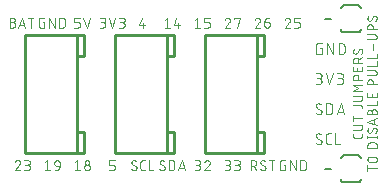
<source format=gto>
G75*
%MOIN*%
%OFA0B0*%
%FSLAX25Y25*%
%IPPOS*%
%LPD*%
%AMOC8*
5,1,8,0,0,1.08239X$1,22.5*
%
%ADD10C,0.00300*%
%ADD11C,0.00400*%
%ADD12C,0.00500*%
%ADD13C,0.01000*%
%ADD14C,0.00800*%
D10*
X0009263Y0028533D02*
X0011097Y0028533D01*
X0012503Y0028533D02*
X0013420Y0028533D01*
X0013479Y0028535D01*
X0013537Y0028541D01*
X0013595Y0028550D01*
X0013653Y0028563D01*
X0013709Y0028580D01*
X0013764Y0028600D01*
X0013818Y0028624D01*
X0013870Y0028651D01*
X0013920Y0028681D01*
X0013968Y0028715D01*
X0014014Y0028752D01*
X0014058Y0028791D01*
X0014099Y0028834D01*
X0014137Y0028878D01*
X0014172Y0028925D01*
X0014204Y0028975D01*
X0014233Y0029026D01*
X0014259Y0029079D01*
X0014281Y0029133D01*
X0014299Y0029189D01*
X0014314Y0029246D01*
X0014325Y0029304D01*
X0014333Y0029362D01*
X0014337Y0029421D01*
X0014337Y0029479D01*
X0014333Y0029538D01*
X0014325Y0029596D01*
X0014314Y0029654D01*
X0014299Y0029711D01*
X0014281Y0029767D01*
X0014259Y0029821D01*
X0014233Y0029874D01*
X0014204Y0029925D01*
X0014172Y0029975D01*
X0014137Y0030022D01*
X0014099Y0030066D01*
X0014058Y0030109D01*
X0014014Y0030148D01*
X0013968Y0030185D01*
X0013920Y0030219D01*
X0013870Y0030249D01*
X0013818Y0030276D01*
X0013764Y0030300D01*
X0013709Y0030320D01*
X0013653Y0030337D01*
X0013595Y0030350D01*
X0013537Y0030359D01*
X0013479Y0030365D01*
X0013420Y0030367D01*
X0013603Y0030366D02*
X0012870Y0030366D01*
X0013603Y0030367D02*
X0013655Y0030369D01*
X0013707Y0030374D01*
X0013759Y0030384D01*
X0013810Y0030397D01*
X0013859Y0030413D01*
X0013907Y0030433D01*
X0013954Y0030457D01*
X0013999Y0030483D01*
X0014042Y0030513D01*
X0014083Y0030546D01*
X0014121Y0030582D01*
X0014157Y0030620D01*
X0014190Y0030661D01*
X0014220Y0030704D01*
X0014246Y0030749D01*
X0014270Y0030796D01*
X0014290Y0030844D01*
X0014306Y0030893D01*
X0014319Y0030944D01*
X0014329Y0030996D01*
X0014334Y0031048D01*
X0014336Y0031100D01*
X0014334Y0031152D01*
X0014329Y0031204D01*
X0014319Y0031256D01*
X0014306Y0031307D01*
X0014290Y0031356D01*
X0014270Y0031404D01*
X0014246Y0031451D01*
X0014220Y0031496D01*
X0014190Y0031539D01*
X0014157Y0031580D01*
X0014121Y0031618D01*
X0014083Y0031654D01*
X0014042Y0031687D01*
X0013999Y0031717D01*
X0013954Y0031743D01*
X0013907Y0031767D01*
X0013859Y0031787D01*
X0013810Y0031803D01*
X0013759Y0031816D01*
X0013707Y0031826D01*
X0013655Y0031831D01*
X0013603Y0031833D01*
X0012503Y0031833D01*
X0010822Y0030366D02*
X0009263Y0028533D01*
X0009264Y0031100D02*
X0009285Y0031159D01*
X0009310Y0031218D01*
X0009338Y0031275D01*
X0009370Y0031330D01*
X0009405Y0031383D01*
X0009443Y0031433D01*
X0009484Y0031482D01*
X0009528Y0031528D01*
X0009574Y0031571D01*
X0009623Y0031611D01*
X0009674Y0031649D01*
X0009728Y0031683D01*
X0009783Y0031714D01*
X0009841Y0031741D01*
X0009899Y0031765D01*
X0009959Y0031786D01*
X0010021Y0031803D01*
X0010083Y0031816D01*
X0010145Y0031825D01*
X0010209Y0031831D01*
X0010272Y0031833D01*
X0010328Y0031831D01*
X0010384Y0031825D01*
X0010440Y0031816D01*
X0010495Y0031802D01*
X0010548Y0031785D01*
X0010601Y0031765D01*
X0010652Y0031741D01*
X0010701Y0031713D01*
X0010748Y0031682D01*
X0010793Y0031648D01*
X0010835Y0031611D01*
X0010875Y0031571D01*
X0010912Y0031529D01*
X0010946Y0031484D01*
X0010977Y0031437D01*
X0011005Y0031388D01*
X0011029Y0031337D01*
X0011049Y0031284D01*
X0011066Y0031231D01*
X0011080Y0031176D01*
X0011089Y0031120D01*
X0011095Y0031064D01*
X0011097Y0031008D01*
X0011095Y0030953D01*
X0011090Y0030898D01*
X0011082Y0030843D01*
X0011070Y0030790D01*
X0011054Y0030736D01*
X0011036Y0030685D01*
X0011014Y0030634D01*
X0010989Y0030585D01*
X0010961Y0030537D01*
X0010931Y0030491D01*
X0010897Y0030447D01*
X0010861Y0030406D01*
X0010822Y0030366D01*
X0019263Y0031100D02*
X0020180Y0031833D01*
X0020180Y0028533D01*
X0019263Y0028533D02*
X0021097Y0028533D01*
X0022870Y0028533D02*
X0022944Y0028535D01*
X0023018Y0028541D01*
X0023092Y0028550D01*
X0023165Y0028563D01*
X0023238Y0028580D01*
X0023309Y0028600D01*
X0023379Y0028624D01*
X0023449Y0028652D01*
X0023516Y0028683D01*
X0023582Y0028717D01*
X0023646Y0028755D01*
X0023708Y0028796D01*
X0023768Y0028840D01*
X0023826Y0028887D01*
X0023881Y0028937D01*
X0023933Y0028989D01*
X0023983Y0029044D01*
X0024030Y0029102D01*
X0024074Y0029162D01*
X0024115Y0029224D01*
X0024153Y0029288D01*
X0024187Y0029354D01*
X0024218Y0029421D01*
X0024246Y0029491D01*
X0024270Y0029561D01*
X0024290Y0029632D01*
X0024307Y0029705D01*
X0024320Y0029778D01*
X0024329Y0029852D01*
X0024335Y0029926D01*
X0024337Y0030000D01*
X0024337Y0030916D01*
X0024337Y0030000D02*
X0023237Y0030000D01*
X0023185Y0030002D01*
X0023133Y0030007D01*
X0023081Y0030017D01*
X0023030Y0030030D01*
X0022981Y0030046D01*
X0022933Y0030066D01*
X0022886Y0030090D01*
X0022841Y0030116D01*
X0022798Y0030146D01*
X0022757Y0030179D01*
X0022719Y0030215D01*
X0022683Y0030253D01*
X0022650Y0030294D01*
X0022620Y0030337D01*
X0022594Y0030382D01*
X0022570Y0030429D01*
X0022550Y0030477D01*
X0022534Y0030526D01*
X0022521Y0030577D01*
X0022511Y0030629D01*
X0022506Y0030681D01*
X0022504Y0030733D01*
X0022503Y0030733D02*
X0022503Y0030916D01*
X0022505Y0030975D01*
X0022511Y0031033D01*
X0022520Y0031091D01*
X0022533Y0031149D01*
X0022550Y0031205D01*
X0022570Y0031260D01*
X0022594Y0031314D01*
X0022621Y0031366D01*
X0022651Y0031416D01*
X0022685Y0031464D01*
X0022722Y0031510D01*
X0022761Y0031554D01*
X0022804Y0031595D01*
X0022848Y0031633D01*
X0022895Y0031668D01*
X0022945Y0031700D01*
X0022996Y0031729D01*
X0023049Y0031755D01*
X0023103Y0031777D01*
X0023159Y0031795D01*
X0023216Y0031810D01*
X0023274Y0031821D01*
X0023332Y0031829D01*
X0023391Y0031833D01*
X0023449Y0031833D01*
X0023508Y0031829D01*
X0023566Y0031821D01*
X0023624Y0031810D01*
X0023681Y0031795D01*
X0023737Y0031777D01*
X0023791Y0031755D01*
X0023844Y0031729D01*
X0023895Y0031700D01*
X0023945Y0031668D01*
X0023992Y0031633D01*
X0024036Y0031595D01*
X0024079Y0031554D01*
X0024118Y0031510D01*
X0024155Y0031464D01*
X0024189Y0031416D01*
X0024219Y0031366D01*
X0024246Y0031314D01*
X0024270Y0031260D01*
X0024290Y0031205D01*
X0024307Y0031149D01*
X0024320Y0031091D01*
X0024329Y0031033D01*
X0024335Y0030975D01*
X0024337Y0030916D01*
X0029263Y0031100D02*
X0030180Y0031833D01*
X0030180Y0028533D01*
X0029263Y0028533D02*
X0031097Y0028533D01*
X0032503Y0029450D02*
X0032505Y0029391D01*
X0032511Y0029333D01*
X0032520Y0029275D01*
X0032533Y0029217D01*
X0032550Y0029161D01*
X0032570Y0029106D01*
X0032594Y0029052D01*
X0032621Y0029000D01*
X0032651Y0028950D01*
X0032685Y0028902D01*
X0032722Y0028856D01*
X0032761Y0028812D01*
X0032804Y0028771D01*
X0032848Y0028733D01*
X0032895Y0028698D01*
X0032945Y0028666D01*
X0032996Y0028637D01*
X0033049Y0028611D01*
X0033103Y0028589D01*
X0033159Y0028571D01*
X0033216Y0028556D01*
X0033274Y0028545D01*
X0033332Y0028537D01*
X0033391Y0028533D01*
X0033449Y0028533D01*
X0033508Y0028537D01*
X0033566Y0028545D01*
X0033624Y0028556D01*
X0033681Y0028571D01*
X0033737Y0028589D01*
X0033791Y0028611D01*
X0033844Y0028637D01*
X0033895Y0028666D01*
X0033945Y0028698D01*
X0033992Y0028733D01*
X0034036Y0028771D01*
X0034079Y0028812D01*
X0034118Y0028856D01*
X0034155Y0028902D01*
X0034189Y0028950D01*
X0034219Y0029000D01*
X0034246Y0029052D01*
X0034270Y0029106D01*
X0034290Y0029161D01*
X0034307Y0029217D01*
X0034320Y0029275D01*
X0034329Y0029333D01*
X0034335Y0029391D01*
X0034337Y0029450D01*
X0034335Y0029509D01*
X0034329Y0029567D01*
X0034320Y0029625D01*
X0034307Y0029683D01*
X0034290Y0029739D01*
X0034270Y0029794D01*
X0034246Y0029848D01*
X0034219Y0029900D01*
X0034189Y0029950D01*
X0034155Y0029998D01*
X0034118Y0030044D01*
X0034079Y0030088D01*
X0034036Y0030129D01*
X0033992Y0030167D01*
X0033945Y0030202D01*
X0033895Y0030234D01*
X0033844Y0030263D01*
X0033791Y0030289D01*
X0033737Y0030311D01*
X0033681Y0030329D01*
X0033624Y0030344D01*
X0033566Y0030355D01*
X0033508Y0030363D01*
X0033449Y0030367D01*
X0033391Y0030367D01*
X0033332Y0030363D01*
X0033274Y0030355D01*
X0033216Y0030344D01*
X0033159Y0030329D01*
X0033103Y0030311D01*
X0033049Y0030289D01*
X0032996Y0030263D01*
X0032945Y0030234D01*
X0032895Y0030202D01*
X0032848Y0030167D01*
X0032804Y0030129D01*
X0032761Y0030088D01*
X0032722Y0030044D01*
X0032685Y0029998D01*
X0032651Y0029950D01*
X0032621Y0029900D01*
X0032594Y0029848D01*
X0032570Y0029794D01*
X0032550Y0029739D01*
X0032533Y0029683D01*
X0032520Y0029625D01*
X0032511Y0029567D01*
X0032505Y0029509D01*
X0032503Y0029450D01*
X0032687Y0031100D02*
X0032689Y0031048D01*
X0032694Y0030996D01*
X0032704Y0030944D01*
X0032717Y0030893D01*
X0032733Y0030844D01*
X0032753Y0030796D01*
X0032777Y0030749D01*
X0032803Y0030704D01*
X0032833Y0030661D01*
X0032866Y0030620D01*
X0032902Y0030582D01*
X0032940Y0030546D01*
X0032981Y0030513D01*
X0033024Y0030483D01*
X0033069Y0030457D01*
X0033116Y0030433D01*
X0033164Y0030413D01*
X0033213Y0030397D01*
X0033264Y0030384D01*
X0033316Y0030374D01*
X0033368Y0030369D01*
X0033420Y0030367D01*
X0033472Y0030369D01*
X0033524Y0030374D01*
X0033576Y0030384D01*
X0033627Y0030397D01*
X0033676Y0030413D01*
X0033724Y0030433D01*
X0033771Y0030457D01*
X0033816Y0030483D01*
X0033859Y0030513D01*
X0033900Y0030546D01*
X0033938Y0030582D01*
X0033974Y0030620D01*
X0034007Y0030661D01*
X0034037Y0030704D01*
X0034063Y0030749D01*
X0034087Y0030796D01*
X0034107Y0030844D01*
X0034123Y0030893D01*
X0034136Y0030944D01*
X0034146Y0030996D01*
X0034151Y0031048D01*
X0034153Y0031100D01*
X0034151Y0031152D01*
X0034146Y0031204D01*
X0034136Y0031256D01*
X0034123Y0031307D01*
X0034107Y0031356D01*
X0034087Y0031404D01*
X0034063Y0031451D01*
X0034037Y0031496D01*
X0034007Y0031539D01*
X0033974Y0031580D01*
X0033938Y0031618D01*
X0033900Y0031654D01*
X0033859Y0031687D01*
X0033816Y0031717D01*
X0033771Y0031743D01*
X0033724Y0031767D01*
X0033676Y0031787D01*
X0033627Y0031803D01*
X0033576Y0031816D01*
X0033524Y0031826D01*
X0033472Y0031831D01*
X0033420Y0031833D01*
X0033368Y0031831D01*
X0033316Y0031826D01*
X0033264Y0031816D01*
X0033213Y0031803D01*
X0033164Y0031787D01*
X0033116Y0031767D01*
X0033069Y0031743D01*
X0033024Y0031717D01*
X0032981Y0031687D01*
X0032940Y0031654D01*
X0032902Y0031618D01*
X0032866Y0031580D01*
X0032833Y0031539D01*
X0032803Y0031496D01*
X0032777Y0031451D01*
X0032753Y0031404D01*
X0032733Y0031356D01*
X0032717Y0031307D01*
X0032704Y0031256D01*
X0032694Y0031204D01*
X0032689Y0031152D01*
X0032687Y0031100D01*
X0040883Y0030366D02*
X0040883Y0031833D01*
X0042717Y0031833D01*
X0041983Y0030366D02*
X0040883Y0030366D01*
X0041983Y0030366D02*
X0042035Y0030364D01*
X0042087Y0030359D01*
X0042139Y0030349D01*
X0042190Y0030336D01*
X0042239Y0030320D01*
X0042287Y0030300D01*
X0042334Y0030276D01*
X0042379Y0030250D01*
X0042422Y0030220D01*
X0042463Y0030187D01*
X0042501Y0030151D01*
X0042537Y0030113D01*
X0042570Y0030072D01*
X0042600Y0030029D01*
X0042626Y0029984D01*
X0042650Y0029937D01*
X0042670Y0029889D01*
X0042686Y0029840D01*
X0042699Y0029789D01*
X0042709Y0029737D01*
X0042714Y0029685D01*
X0042716Y0029633D01*
X0042717Y0029633D02*
X0042717Y0029266D01*
X0042716Y0029266D02*
X0042714Y0029214D01*
X0042709Y0029162D01*
X0042699Y0029110D01*
X0042686Y0029059D01*
X0042670Y0029010D01*
X0042650Y0028962D01*
X0042626Y0028915D01*
X0042600Y0028870D01*
X0042570Y0028827D01*
X0042537Y0028786D01*
X0042501Y0028748D01*
X0042463Y0028712D01*
X0042422Y0028679D01*
X0042379Y0028649D01*
X0042334Y0028623D01*
X0042288Y0028599D01*
X0042239Y0028579D01*
X0042190Y0028563D01*
X0042139Y0028550D01*
X0042087Y0028540D01*
X0042035Y0028535D01*
X0041983Y0028533D01*
X0040883Y0028533D01*
X0048552Y0030458D02*
X0049560Y0029908D01*
X0049193Y0028533D02*
X0049117Y0028535D01*
X0049040Y0028541D01*
X0048965Y0028550D01*
X0048889Y0028563D01*
X0048815Y0028580D01*
X0048741Y0028600D01*
X0048668Y0028625D01*
X0048597Y0028652D01*
X0048527Y0028683D01*
X0048459Y0028718D01*
X0048393Y0028756D01*
X0048328Y0028797D01*
X0048266Y0028841D01*
X0048206Y0028888D01*
X0048148Y0028938D01*
X0048093Y0028991D01*
X0049560Y0029908D02*
X0049604Y0029880D01*
X0049645Y0029850D01*
X0049684Y0029816D01*
X0049721Y0029780D01*
X0049756Y0029741D01*
X0049787Y0029701D01*
X0049816Y0029658D01*
X0049841Y0029613D01*
X0049864Y0029567D01*
X0049883Y0029519D01*
X0049899Y0029470D01*
X0049911Y0029420D01*
X0049920Y0029369D01*
X0049925Y0029318D01*
X0049927Y0029266D01*
X0049926Y0029266D02*
X0049924Y0029214D01*
X0049919Y0029162D01*
X0049909Y0029110D01*
X0049896Y0029059D01*
X0049880Y0029010D01*
X0049860Y0028962D01*
X0049836Y0028915D01*
X0049810Y0028870D01*
X0049780Y0028827D01*
X0049747Y0028786D01*
X0049711Y0028748D01*
X0049673Y0028712D01*
X0049632Y0028679D01*
X0049589Y0028649D01*
X0049544Y0028623D01*
X0049498Y0028599D01*
X0049449Y0028579D01*
X0049400Y0028563D01*
X0049349Y0028550D01*
X0049297Y0028540D01*
X0049245Y0028535D01*
X0049193Y0028533D01*
X0049743Y0031558D02*
X0049683Y0031601D01*
X0049621Y0031640D01*
X0049556Y0031676D01*
X0049490Y0031708D01*
X0049422Y0031737D01*
X0049353Y0031762D01*
X0049282Y0031784D01*
X0049211Y0031801D01*
X0049138Y0031815D01*
X0049065Y0031825D01*
X0048992Y0031831D01*
X0048918Y0031833D01*
X0048866Y0031831D01*
X0048814Y0031826D01*
X0048762Y0031816D01*
X0048711Y0031803D01*
X0048662Y0031787D01*
X0048614Y0031767D01*
X0048567Y0031743D01*
X0048522Y0031717D01*
X0048479Y0031687D01*
X0048438Y0031654D01*
X0048400Y0031618D01*
X0048364Y0031580D01*
X0048331Y0031539D01*
X0048301Y0031496D01*
X0048275Y0031451D01*
X0048251Y0031404D01*
X0048231Y0031356D01*
X0048215Y0031307D01*
X0048202Y0031256D01*
X0048192Y0031204D01*
X0048187Y0031152D01*
X0048185Y0031100D01*
X0048187Y0031048D01*
X0048192Y0030997D01*
X0048201Y0030946D01*
X0048213Y0030896D01*
X0048229Y0030847D01*
X0048248Y0030799D01*
X0048271Y0030753D01*
X0048296Y0030708D01*
X0048325Y0030665D01*
X0048356Y0030625D01*
X0048391Y0030586D01*
X0048428Y0030550D01*
X0048467Y0030516D01*
X0048508Y0030486D01*
X0048552Y0030458D01*
X0051216Y0031100D02*
X0051216Y0029266D01*
X0051218Y0029214D01*
X0051223Y0029162D01*
X0051233Y0029110D01*
X0051246Y0029059D01*
X0051262Y0029010D01*
X0051282Y0028962D01*
X0051306Y0028915D01*
X0051332Y0028870D01*
X0051362Y0028827D01*
X0051395Y0028786D01*
X0051431Y0028748D01*
X0051469Y0028712D01*
X0051510Y0028679D01*
X0051553Y0028649D01*
X0051598Y0028623D01*
X0051645Y0028599D01*
X0051693Y0028579D01*
X0051742Y0028563D01*
X0051793Y0028550D01*
X0051845Y0028540D01*
X0051897Y0028535D01*
X0051949Y0028533D01*
X0052682Y0028533D01*
X0054040Y0028533D02*
X0055507Y0028533D01*
X0054040Y0028533D02*
X0054040Y0031833D01*
X0052682Y0031833D02*
X0051949Y0031833D01*
X0051897Y0031831D01*
X0051845Y0031826D01*
X0051793Y0031816D01*
X0051742Y0031803D01*
X0051693Y0031787D01*
X0051644Y0031767D01*
X0051598Y0031743D01*
X0051553Y0031717D01*
X0051510Y0031687D01*
X0051469Y0031654D01*
X0051431Y0031618D01*
X0051395Y0031580D01*
X0051362Y0031539D01*
X0051332Y0031496D01*
X0051306Y0031451D01*
X0051282Y0031404D01*
X0051262Y0031356D01*
X0051246Y0031307D01*
X0051233Y0031256D01*
X0051223Y0031204D01*
X0051218Y0031152D01*
X0051216Y0031100D01*
X0057956Y0030458D02*
X0058964Y0029908D01*
X0058598Y0028533D02*
X0058522Y0028535D01*
X0058445Y0028541D01*
X0058370Y0028550D01*
X0058294Y0028563D01*
X0058220Y0028580D01*
X0058146Y0028600D01*
X0058073Y0028625D01*
X0058002Y0028652D01*
X0057932Y0028683D01*
X0057864Y0028718D01*
X0057798Y0028756D01*
X0057733Y0028797D01*
X0057671Y0028841D01*
X0057611Y0028888D01*
X0057553Y0028938D01*
X0057498Y0028991D01*
X0058964Y0029908D02*
X0059008Y0029880D01*
X0059049Y0029850D01*
X0059088Y0029816D01*
X0059125Y0029780D01*
X0059160Y0029741D01*
X0059191Y0029701D01*
X0059220Y0029658D01*
X0059245Y0029613D01*
X0059268Y0029567D01*
X0059287Y0029519D01*
X0059303Y0029470D01*
X0059315Y0029420D01*
X0059324Y0029369D01*
X0059329Y0029318D01*
X0059331Y0029266D01*
X0059329Y0029214D01*
X0059324Y0029162D01*
X0059314Y0029110D01*
X0059301Y0029059D01*
X0059285Y0029010D01*
X0059265Y0028962D01*
X0059241Y0028915D01*
X0059215Y0028870D01*
X0059185Y0028827D01*
X0059152Y0028786D01*
X0059116Y0028748D01*
X0059078Y0028712D01*
X0059037Y0028679D01*
X0058994Y0028649D01*
X0058949Y0028623D01*
X0058903Y0028599D01*
X0058854Y0028579D01*
X0058805Y0028563D01*
X0058754Y0028550D01*
X0058702Y0028540D01*
X0058650Y0028535D01*
X0058598Y0028533D01*
X0060738Y0028533D02*
X0061654Y0028533D01*
X0060738Y0028533D02*
X0060738Y0031833D01*
X0061654Y0031833D01*
X0061712Y0031831D01*
X0061769Y0031826D01*
X0061826Y0031817D01*
X0061882Y0031804D01*
X0061937Y0031788D01*
X0061992Y0031769D01*
X0062044Y0031746D01*
X0062096Y0031720D01*
X0062145Y0031690D01*
X0062193Y0031658D01*
X0062239Y0031623D01*
X0062282Y0031584D01*
X0062322Y0031544D01*
X0062361Y0031501D01*
X0062396Y0031455D01*
X0062428Y0031407D01*
X0062458Y0031358D01*
X0062484Y0031306D01*
X0062507Y0031254D01*
X0062526Y0031199D01*
X0062542Y0031144D01*
X0062555Y0031088D01*
X0062564Y0031031D01*
X0062569Y0030974D01*
X0062571Y0030916D01*
X0062571Y0029450D01*
X0062569Y0029392D01*
X0062564Y0029335D01*
X0062555Y0029278D01*
X0062542Y0029222D01*
X0062526Y0029167D01*
X0062507Y0029112D01*
X0062484Y0029060D01*
X0062458Y0029008D01*
X0062428Y0028959D01*
X0062396Y0028911D01*
X0062361Y0028865D01*
X0062322Y0028822D01*
X0062282Y0028782D01*
X0062239Y0028743D01*
X0062193Y0028708D01*
X0062145Y0028676D01*
X0062096Y0028646D01*
X0062044Y0028620D01*
X0061992Y0028597D01*
X0061937Y0028578D01*
X0061882Y0028562D01*
X0061826Y0028549D01*
X0061769Y0028540D01*
X0061712Y0028535D01*
X0061654Y0028533D01*
X0063902Y0028533D02*
X0065002Y0031833D01*
X0066102Y0028533D01*
X0065827Y0029358D02*
X0064177Y0029358D01*
X0069263Y0028533D02*
X0070180Y0028533D01*
X0070239Y0028535D01*
X0070297Y0028541D01*
X0070355Y0028550D01*
X0070413Y0028563D01*
X0070469Y0028580D01*
X0070524Y0028600D01*
X0070578Y0028624D01*
X0070630Y0028651D01*
X0070680Y0028681D01*
X0070728Y0028715D01*
X0070774Y0028752D01*
X0070818Y0028791D01*
X0070859Y0028834D01*
X0070897Y0028878D01*
X0070932Y0028925D01*
X0070964Y0028975D01*
X0070993Y0029026D01*
X0071019Y0029079D01*
X0071041Y0029133D01*
X0071059Y0029189D01*
X0071074Y0029246D01*
X0071085Y0029304D01*
X0071093Y0029362D01*
X0071097Y0029421D01*
X0071097Y0029479D01*
X0071093Y0029538D01*
X0071085Y0029596D01*
X0071074Y0029654D01*
X0071059Y0029711D01*
X0071041Y0029767D01*
X0071019Y0029821D01*
X0070993Y0029874D01*
X0070964Y0029925D01*
X0070932Y0029975D01*
X0070897Y0030022D01*
X0070859Y0030066D01*
X0070818Y0030109D01*
X0070774Y0030148D01*
X0070728Y0030185D01*
X0070680Y0030219D01*
X0070630Y0030249D01*
X0070578Y0030276D01*
X0070524Y0030300D01*
X0070469Y0030320D01*
X0070413Y0030337D01*
X0070355Y0030350D01*
X0070297Y0030359D01*
X0070239Y0030365D01*
X0070180Y0030367D01*
X0070363Y0030366D02*
X0069630Y0030366D01*
X0070363Y0030367D02*
X0070415Y0030369D01*
X0070467Y0030374D01*
X0070519Y0030384D01*
X0070570Y0030397D01*
X0070619Y0030413D01*
X0070667Y0030433D01*
X0070714Y0030457D01*
X0070759Y0030483D01*
X0070802Y0030513D01*
X0070843Y0030546D01*
X0070881Y0030582D01*
X0070917Y0030620D01*
X0070950Y0030661D01*
X0070980Y0030704D01*
X0071006Y0030749D01*
X0071030Y0030796D01*
X0071050Y0030844D01*
X0071066Y0030893D01*
X0071079Y0030944D01*
X0071089Y0030996D01*
X0071094Y0031048D01*
X0071096Y0031100D01*
X0071094Y0031152D01*
X0071089Y0031204D01*
X0071079Y0031256D01*
X0071066Y0031307D01*
X0071050Y0031356D01*
X0071030Y0031404D01*
X0071006Y0031451D01*
X0070980Y0031496D01*
X0070950Y0031539D01*
X0070917Y0031580D01*
X0070881Y0031618D01*
X0070843Y0031654D01*
X0070802Y0031687D01*
X0070759Y0031717D01*
X0070714Y0031743D01*
X0070667Y0031767D01*
X0070619Y0031787D01*
X0070570Y0031803D01*
X0070519Y0031816D01*
X0070467Y0031826D01*
X0070415Y0031831D01*
X0070363Y0031833D01*
X0069263Y0031833D01*
X0074062Y0030366D02*
X0074101Y0030406D01*
X0074137Y0030447D01*
X0074171Y0030491D01*
X0074201Y0030537D01*
X0074229Y0030585D01*
X0074254Y0030634D01*
X0074276Y0030685D01*
X0074294Y0030736D01*
X0074310Y0030790D01*
X0074322Y0030843D01*
X0074330Y0030898D01*
X0074335Y0030953D01*
X0074337Y0031008D01*
X0074062Y0030366D02*
X0072503Y0028533D01*
X0074337Y0028533D01*
X0079263Y0028533D02*
X0080180Y0028533D01*
X0080239Y0028535D01*
X0080297Y0028541D01*
X0080355Y0028550D01*
X0080413Y0028563D01*
X0080469Y0028580D01*
X0080524Y0028600D01*
X0080578Y0028624D01*
X0080630Y0028651D01*
X0080680Y0028681D01*
X0080728Y0028715D01*
X0080774Y0028752D01*
X0080818Y0028791D01*
X0080859Y0028834D01*
X0080897Y0028878D01*
X0080932Y0028925D01*
X0080964Y0028975D01*
X0080993Y0029026D01*
X0081019Y0029079D01*
X0081041Y0029133D01*
X0081059Y0029189D01*
X0081074Y0029246D01*
X0081085Y0029304D01*
X0081093Y0029362D01*
X0081097Y0029421D01*
X0081097Y0029479D01*
X0081093Y0029538D01*
X0081085Y0029596D01*
X0081074Y0029654D01*
X0081059Y0029711D01*
X0081041Y0029767D01*
X0081019Y0029821D01*
X0080993Y0029874D01*
X0080964Y0029925D01*
X0080932Y0029975D01*
X0080897Y0030022D01*
X0080859Y0030066D01*
X0080818Y0030109D01*
X0080774Y0030148D01*
X0080728Y0030185D01*
X0080680Y0030219D01*
X0080630Y0030249D01*
X0080578Y0030276D01*
X0080524Y0030300D01*
X0080469Y0030320D01*
X0080413Y0030337D01*
X0080355Y0030350D01*
X0080297Y0030359D01*
X0080239Y0030365D01*
X0080180Y0030367D01*
X0080363Y0030366D02*
X0079630Y0030366D01*
X0080363Y0030367D02*
X0080415Y0030369D01*
X0080467Y0030374D01*
X0080519Y0030384D01*
X0080570Y0030397D01*
X0080619Y0030413D01*
X0080667Y0030433D01*
X0080714Y0030457D01*
X0080759Y0030483D01*
X0080802Y0030513D01*
X0080843Y0030546D01*
X0080881Y0030582D01*
X0080917Y0030620D01*
X0080950Y0030661D01*
X0080980Y0030704D01*
X0081006Y0030749D01*
X0081030Y0030796D01*
X0081050Y0030844D01*
X0081066Y0030893D01*
X0081079Y0030944D01*
X0081089Y0030996D01*
X0081094Y0031048D01*
X0081096Y0031100D01*
X0081094Y0031152D01*
X0081089Y0031204D01*
X0081079Y0031256D01*
X0081066Y0031307D01*
X0081050Y0031356D01*
X0081030Y0031404D01*
X0081006Y0031451D01*
X0080980Y0031496D01*
X0080950Y0031539D01*
X0080917Y0031580D01*
X0080881Y0031618D01*
X0080843Y0031654D01*
X0080802Y0031687D01*
X0080759Y0031717D01*
X0080714Y0031743D01*
X0080667Y0031767D01*
X0080619Y0031787D01*
X0080570Y0031803D01*
X0080519Y0031816D01*
X0080467Y0031826D01*
X0080415Y0031831D01*
X0080363Y0031833D01*
X0079263Y0031833D01*
X0082503Y0031833D02*
X0083603Y0031833D01*
X0083655Y0031831D01*
X0083707Y0031826D01*
X0083759Y0031816D01*
X0083810Y0031803D01*
X0083859Y0031787D01*
X0083907Y0031767D01*
X0083954Y0031743D01*
X0083999Y0031717D01*
X0084042Y0031687D01*
X0084083Y0031654D01*
X0084121Y0031618D01*
X0084157Y0031580D01*
X0084190Y0031539D01*
X0084220Y0031496D01*
X0084246Y0031451D01*
X0084270Y0031404D01*
X0084290Y0031356D01*
X0084306Y0031307D01*
X0084319Y0031256D01*
X0084329Y0031204D01*
X0084334Y0031152D01*
X0084336Y0031100D01*
X0084334Y0031048D01*
X0084329Y0030996D01*
X0084319Y0030944D01*
X0084306Y0030893D01*
X0084290Y0030844D01*
X0084270Y0030796D01*
X0084246Y0030749D01*
X0084220Y0030704D01*
X0084190Y0030661D01*
X0084157Y0030620D01*
X0084121Y0030582D01*
X0084083Y0030546D01*
X0084042Y0030513D01*
X0083999Y0030483D01*
X0083954Y0030457D01*
X0083907Y0030433D01*
X0083859Y0030413D01*
X0083810Y0030397D01*
X0083759Y0030384D01*
X0083707Y0030374D01*
X0083655Y0030369D01*
X0083603Y0030367D01*
X0083603Y0030366D02*
X0082870Y0030366D01*
X0083420Y0030367D02*
X0083479Y0030365D01*
X0083537Y0030359D01*
X0083595Y0030350D01*
X0083653Y0030337D01*
X0083709Y0030320D01*
X0083764Y0030300D01*
X0083818Y0030276D01*
X0083870Y0030249D01*
X0083920Y0030219D01*
X0083968Y0030185D01*
X0084014Y0030148D01*
X0084058Y0030109D01*
X0084099Y0030066D01*
X0084137Y0030022D01*
X0084172Y0029975D01*
X0084204Y0029925D01*
X0084233Y0029874D01*
X0084259Y0029821D01*
X0084281Y0029767D01*
X0084299Y0029711D01*
X0084314Y0029654D01*
X0084325Y0029596D01*
X0084333Y0029538D01*
X0084337Y0029479D01*
X0084337Y0029421D01*
X0084333Y0029362D01*
X0084325Y0029304D01*
X0084314Y0029246D01*
X0084299Y0029189D01*
X0084281Y0029133D01*
X0084259Y0029079D01*
X0084233Y0029026D01*
X0084204Y0028975D01*
X0084172Y0028925D01*
X0084137Y0028878D01*
X0084099Y0028834D01*
X0084058Y0028791D01*
X0084014Y0028752D01*
X0083968Y0028715D01*
X0083920Y0028681D01*
X0083870Y0028651D01*
X0083818Y0028624D01*
X0083764Y0028600D01*
X0083709Y0028580D01*
X0083653Y0028563D01*
X0083595Y0028550D01*
X0083537Y0028541D01*
X0083479Y0028535D01*
X0083420Y0028533D01*
X0082503Y0028533D01*
X0087970Y0028533D02*
X0087970Y0031833D01*
X0088887Y0031833D01*
X0088946Y0031831D01*
X0089004Y0031825D01*
X0089062Y0031816D01*
X0089120Y0031803D01*
X0089176Y0031786D01*
X0089231Y0031766D01*
X0089285Y0031742D01*
X0089337Y0031715D01*
X0089387Y0031685D01*
X0089435Y0031651D01*
X0089481Y0031614D01*
X0089525Y0031575D01*
X0089566Y0031532D01*
X0089604Y0031488D01*
X0089639Y0031441D01*
X0089671Y0031391D01*
X0089700Y0031340D01*
X0089726Y0031287D01*
X0089748Y0031233D01*
X0089766Y0031177D01*
X0089781Y0031120D01*
X0089792Y0031062D01*
X0089800Y0031004D01*
X0089804Y0030945D01*
X0089804Y0030887D01*
X0089800Y0030828D01*
X0089792Y0030770D01*
X0089781Y0030712D01*
X0089766Y0030655D01*
X0089748Y0030599D01*
X0089726Y0030545D01*
X0089700Y0030492D01*
X0089671Y0030441D01*
X0089639Y0030391D01*
X0089604Y0030344D01*
X0089566Y0030300D01*
X0089525Y0030257D01*
X0089481Y0030218D01*
X0089435Y0030181D01*
X0089387Y0030147D01*
X0089337Y0030117D01*
X0089285Y0030090D01*
X0089231Y0030066D01*
X0089176Y0030046D01*
X0089120Y0030029D01*
X0089062Y0030016D01*
X0089004Y0030007D01*
X0088946Y0030001D01*
X0088887Y0029999D01*
X0088887Y0030000D02*
X0087970Y0030000D01*
X0089070Y0030000D02*
X0089803Y0028533D01*
X0092547Y0029908D02*
X0092591Y0029880D01*
X0092632Y0029850D01*
X0092671Y0029816D01*
X0092708Y0029780D01*
X0092743Y0029741D01*
X0092774Y0029701D01*
X0092803Y0029658D01*
X0092828Y0029613D01*
X0092851Y0029567D01*
X0092870Y0029519D01*
X0092886Y0029470D01*
X0092898Y0029420D01*
X0092907Y0029369D01*
X0092912Y0029318D01*
X0092914Y0029266D01*
X0092912Y0029214D01*
X0092907Y0029162D01*
X0092897Y0029110D01*
X0092884Y0029059D01*
X0092868Y0029010D01*
X0092848Y0028962D01*
X0092824Y0028915D01*
X0092798Y0028870D01*
X0092768Y0028827D01*
X0092735Y0028786D01*
X0092699Y0028748D01*
X0092661Y0028712D01*
X0092620Y0028679D01*
X0092577Y0028649D01*
X0092532Y0028623D01*
X0092486Y0028599D01*
X0092437Y0028579D01*
X0092388Y0028563D01*
X0092337Y0028550D01*
X0092285Y0028540D01*
X0092233Y0028535D01*
X0092181Y0028533D01*
X0094913Y0028533D02*
X0094913Y0031833D01*
X0093997Y0031833D02*
X0095830Y0031833D01*
X0097627Y0031136D02*
X0097627Y0029302D01*
X0097628Y0029302D02*
X0097630Y0029250D01*
X0097635Y0029198D01*
X0097645Y0029146D01*
X0097658Y0029095D01*
X0097674Y0029046D01*
X0097694Y0028998D01*
X0097718Y0028951D01*
X0097744Y0028906D01*
X0097774Y0028863D01*
X0097807Y0028822D01*
X0097843Y0028784D01*
X0097881Y0028748D01*
X0097922Y0028715D01*
X0097965Y0028685D01*
X0098010Y0028659D01*
X0098057Y0028635D01*
X0098105Y0028615D01*
X0098154Y0028599D01*
X0098205Y0028586D01*
X0098257Y0028576D01*
X0098309Y0028571D01*
X0098361Y0028569D01*
X0099461Y0028569D01*
X0099461Y0030402D01*
X0098911Y0030402D01*
X0097628Y0031136D02*
X0097630Y0031188D01*
X0097635Y0031240D01*
X0097645Y0031292D01*
X0097658Y0031343D01*
X0097674Y0031392D01*
X0097694Y0031440D01*
X0097718Y0031487D01*
X0097744Y0031532D01*
X0097774Y0031575D01*
X0097807Y0031616D01*
X0097843Y0031654D01*
X0097881Y0031690D01*
X0097922Y0031723D01*
X0097965Y0031753D01*
X0098010Y0031779D01*
X0098056Y0031803D01*
X0098105Y0031823D01*
X0098154Y0031839D01*
X0098205Y0031852D01*
X0098257Y0031862D01*
X0098309Y0031867D01*
X0098361Y0031869D01*
X0099461Y0031869D01*
X0101083Y0031869D02*
X0102917Y0028569D01*
X0102917Y0031869D01*
X0104539Y0031869D02*
X0105456Y0031869D01*
X0105514Y0031867D01*
X0105571Y0031862D01*
X0105628Y0031853D01*
X0105684Y0031840D01*
X0105739Y0031824D01*
X0105794Y0031805D01*
X0105846Y0031782D01*
X0105898Y0031756D01*
X0105947Y0031726D01*
X0105995Y0031694D01*
X0106041Y0031659D01*
X0106084Y0031620D01*
X0106124Y0031580D01*
X0106163Y0031537D01*
X0106198Y0031491D01*
X0106230Y0031443D01*
X0106260Y0031394D01*
X0106286Y0031342D01*
X0106309Y0031290D01*
X0106328Y0031235D01*
X0106344Y0031180D01*
X0106357Y0031124D01*
X0106366Y0031067D01*
X0106371Y0031010D01*
X0106373Y0030952D01*
X0106373Y0029486D01*
X0106371Y0029428D01*
X0106366Y0029371D01*
X0106357Y0029314D01*
X0106344Y0029258D01*
X0106328Y0029203D01*
X0106309Y0029148D01*
X0106286Y0029096D01*
X0106260Y0029044D01*
X0106230Y0028995D01*
X0106198Y0028947D01*
X0106163Y0028901D01*
X0106124Y0028858D01*
X0106084Y0028818D01*
X0106041Y0028779D01*
X0105995Y0028744D01*
X0105947Y0028712D01*
X0105898Y0028682D01*
X0105846Y0028656D01*
X0105794Y0028633D01*
X0105739Y0028614D01*
X0105684Y0028598D01*
X0105628Y0028585D01*
X0105571Y0028576D01*
X0105514Y0028571D01*
X0105456Y0028569D01*
X0104539Y0028569D01*
X0104539Y0031869D01*
X0101083Y0031869D02*
X0101083Y0028569D01*
X0092547Y0029908D02*
X0091539Y0030458D01*
X0091906Y0031833D02*
X0091980Y0031831D01*
X0092053Y0031825D01*
X0092126Y0031815D01*
X0092199Y0031801D01*
X0092270Y0031784D01*
X0092341Y0031762D01*
X0092410Y0031737D01*
X0092478Y0031708D01*
X0092544Y0031676D01*
X0092609Y0031640D01*
X0092671Y0031601D01*
X0092731Y0031558D01*
X0091539Y0030458D02*
X0091495Y0030486D01*
X0091454Y0030516D01*
X0091415Y0030550D01*
X0091378Y0030586D01*
X0091343Y0030625D01*
X0091312Y0030665D01*
X0091283Y0030708D01*
X0091258Y0030753D01*
X0091235Y0030799D01*
X0091216Y0030847D01*
X0091200Y0030896D01*
X0091188Y0030946D01*
X0091179Y0030997D01*
X0091174Y0031048D01*
X0091172Y0031100D01*
X0091173Y0031100D02*
X0091175Y0031152D01*
X0091180Y0031204D01*
X0091190Y0031256D01*
X0091203Y0031307D01*
X0091219Y0031356D01*
X0091239Y0031404D01*
X0091263Y0031451D01*
X0091289Y0031496D01*
X0091319Y0031539D01*
X0091352Y0031580D01*
X0091388Y0031618D01*
X0091426Y0031654D01*
X0091467Y0031687D01*
X0091510Y0031717D01*
X0091555Y0031743D01*
X0091602Y0031767D01*
X0091650Y0031787D01*
X0091699Y0031803D01*
X0091750Y0031816D01*
X0091802Y0031826D01*
X0091854Y0031831D01*
X0091906Y0031833D01*
X0091081Y0028991D02*
X0091136Y0028938D01*
X0091194Y0028888D01*
X0091254Y0028841D01*
X0091316Y0028797D01*
X0091381Y0028756D01*
X0091447Y0028718D01*
X0091515Y0028683D01*
X0091585Y0028652D01*
X0091656Y0028625D01*
X0091729Y0028600D01*
X0091803Y0028580D01*
X0091877Y0028563D01*
X0091953Y0028550D01*
X0092028Y0028541D01*
X0092105Y0028535D01*
X0092181Y0028533D01*
X0073512Y0031833D02*
X0073449Y0031831D01*
X0073385Y0031825D01*
X0073323Y0031816D01*
X0073261Y0031803D01*
X0073199Y0031786D01*
X0073139Y0031765D01*
X0073081Y0031741D01*
X0073023Y0031714D01*
X0072968Y0031683D01*
X0072914Y0031649D01*
X0072863Y0031611D01*
X0072814Y0031571D01*
X0072768Y0031528D01*
X0072724Y0031482D01*
X0072683Y0031433D01*
X0072645Y0031383D01*
X0072610Y0031330D01*
X0072578Y0031275D01*
X0072550Y0031218D01*
X0072525Y0031159D01*
X0072504Y0031100D01*
X0073512Y0031833D02*
X0073568Y0031831D01*
X0073624Y0031825D01*
X0073680Y0031816D01*
X0073735Y0031802D01*
X0073788Y0031785D01*
X0073841Y0031765D01*
X0073892Y0031741D01*
X0073941Y0031713D01*
X0073988Y0031682D01*
X0074033Y0031648D01*
X0074075Y0031611D01*
X0074115Y0031571D01*
X0074152Y0031529D01*
X0074186Y0031484D01*
X0074217Y0031437D01*
X0074245Y0031388D01*
X0074269Y0031337D01*
X0074289Y0031284D01*
X0074306Y0031231D01*
X0074320Y0031176D01*
X0074329Y0031120D01*
X0074335Y0031064D01*
X0074337Y0031008D01*
X0057956Y0030458D02*
X0057912Y0030486D01*
X0057871Y0030516D01*
X0057832Y0030550D01*
X0057795Y0030586D01*
X0057760Y0030625D01*
X0057729Y0030665D01*
X0057700Y0030708D01*
X0057675Y0030753D01*
X0057652Y0030799D01*
X0057633Y0030847D01*
X0057617Y0030896D01*
X0057605Y0030946D01*
X0057596Y0030997D01*
X0057591Y0031048D01*
X0057589Y0031100D01*
X0057590Y0031100D02*
X0057592Y0031152D01*
X0057597Y0031204D01*
X0057607Y0031256D01*
X0057620Y0031307D01*
X0057636Y0031356D01*
X0057656Y0031404D01*
X0057680Y0031451D01*
X0057706Y0031496D01*
X0057736Y0031539D01*
X0057769Y0031580D01*
X0057805Y0031618D01*
X0057843Y0031654D01*
X0057884Y0031687D01*
X0057927Y0031717D01*
X0057972Y0031743D01*
X0058019Y0031767D01*
X0058067Y0031787D01*
X0058116Y0031803D01*
X0058167Y0031816D01*
X0058219Y0031826D01*
X0058271Y0031831D01*
X0058323Y0031833D01*
X0058397Y0031831D01*
X0058470Y0031825D01*
X0058543Y0031815D01*
X0058616Y0031801D01*
X0058687Y0031784D01*
X0058758Y0031762D01*
X0058827Y0031737D01*
X0058895Y0031708D01*
X0058961Y0031676D01*
X0059026Y0031640D01*
X0059088Y0031601D01*
X0059148Y0031558D01*
X0122134Y0040032D02*
X0122134Y0040721D01*
X0122134Y0040032D02*
X0122136Y0039980D01*
X0122142Y0039929D01*
X0122151Y0039879D01*
X0122165Y0039829D01*
X0122182Y0039780D01*
X0122202Y0039733D01*
X0122226Y0039687D01*
X0122254Y0039644D01*
X0122284Y0039602D01*
X0122318Y0039563D01*
X0122354Y0039527D01*
X0122393Y0039493D01*
X0122435Y0039463D01*
X0122479Y0039435D01*
X0122524Y0039411D01*
X0122571Y0039391D01*
X0122620Y0039374D01*
X0122670Y0039360D01*
X0122720Y0039351D01*
X0122772Y0039345D01*
X0122823Y0039343D01*
X0124545Y0039343D01*
X0124596Y0039345D01*
X0124648Y0039351D01*
X0124698Y0039360D01*
X0124748Y0039374D01*
X0124797Y0039391D01*
X0124844Y0039411D01*
X0124890Y0039435D01*
X0124933Y0039463D01*
X0124975Y0039493D01*
X0125014Y0039527D01*
X0125050Y0039563D01*
X0125084Y0039602D01*
X0125114Y0039644D01*
X0125142Y0039688D01*
X0125166Y0039733D01*
X0125186Y0039780D01*
X0125203Y0039829D01*
X0125217Y0039879D01*
X0125226Y0039929D01*
X0125232Y0039981D01*
X0125234Y0040032D01*
X0125234Y0040721D01*
X0126894Y0039789D02*
X0126894Y0039100D01*
X0126894Y0039444D02*
X0129994Y0039444D01*
X0129994Y0039100D02*
X0129994Y0039789D01*
X0129133Y0037755D02*
X0127755Y0037755D01*
X0127699Y0037753D01*
X0127643Y0037748D01*
X0127587Y0037738D01*
X0127532Y0037726D01*
X0127478Y0037709D01*
X0127426Y0037689D01*
X0127374Y0037666D01*
X0127325Y0037640D01*
X0127277Y0037610D01*
X0127231Y0037577D01*
X0127187Y0037541D01*
X0127146Y0037503D01*
X0127108Y0037462D01*
X0127072Y0037418D01*
X0127039Y0037372D01*
X0127009Y0037325D01*
X0126983Y0037275D01*
X0126960Y0037223D01*
X0126940Y0037171D01*
X0126923Y0037117D01*
X0126911Y0037062D01*
X0126901Y0037006D01*
X0126896Y0036950D01*
X0126894Y0036894D01*
X0126894Y0036033D01*
X0129994Y0036033D01*
X0129994Y0036894D01*
X0129992Y0036950D01*
X0129987Y0037006D01*
X0129977Y0037062D01*
X0129965Y0037117D01*
X0129948Y0037171D01*
X0129928Y0037223D01*
X0129905Y0037275D01*
X0129879Y0037325D01*
X0129849Y0037372D01*
X0129816Y0037418D01*
X0129780Y0037462D01*
X0129742Y0037503D01*
X0129701Y0037541D01*
X0129657Y0037577D01*
X0129611Y0037610D01*
X0129564Y0037640D01*
X0129514Y0037666D01*
X0129462Y0037689D01*
X0129410Y0037709D01*
X0129356Y0037726D01*
X0129301Y0037738D01*
X0129245Y0037748D01*
X0129189Y0037753D01*
X0129133Y0037755D01*
X0128186Y0041360D02*
X0128702Y0042307D01*
X0129994Y0041962D02*
X0129992Y0041890D01*
X0129987Y0041819D01*
X0129978Y0041747D01*
X0129966Y0041677D01*
X0129950Y0041607D01*
X0129931Y0041537D01*
X0129908Y0041469D01*
X0129882Y0041402D01*
X0129853Y0041337D01*
X0129820Y0041273D01*
X0129785Y0041210D01*
X0129746Y0041150D01*
X0129705Y0041091D01*
X0129660Y0041035D01*
X0129613Y0040981D01*
X0129564Y0040929D01*
X0128702Y0042307D02*
X0128730Y0042351D01*
X0128761Y0042393D01*
X0128795Y0042432D01*
X0128832Y0042468D01*
X0128872Y0042502D01*
X0128914Y0042532D01*
X0128958Y0042560D01*
X0129004Y0042584D01*
X0129051Y0042604D01*
X0129100Y0042621D01*
X0129151Y0042635D01*
X0129202Y0042644D01*
X0129253Y0042650D01*
X0129305Y0042652D01*
X0129305Y0042651D02*
X0129356Y0042649D01*
X0129408Y0042643D01*
X0129458Y0042634D01*
X0129508Y0042620D01*
X0129557Y0042603D01*
X0129604Y0042583D01*
X0129650Y0042559D01*
X0129693Y0042531D01*
X0129735Y0042501D01*
X0129774Y0042467D01*
X0129810Y0042431D01*
X0129844Y0042392D01*
X0129874Y0042350D01*
X0129902Y0042307D01*
X0129926Y0042261D01*
X0129946Y0042214D01*
X0129963Y0042165D01*
X0129977Y0042115D01*
X0129986Y0042065D01*
X0129992Y0042013D01*
X0129994Y0041962D01*
X0127152Y0042479D02*
X0127112Y0042423D01*
X0127075Y0042364D01*
X0127042Y0042304D01*
X0127011Y0042241D01*
X0126984Y0042178D01*
X0126960Y0042113D01*
X0126940Y0042046D01*
X0126924Y0041979D01*
X0126911Y0041911D01*
X0126901Y0041842D01*
X0126896Y0041773D01*
X0126894Y0041704D01*
X0126896Y0041653D01*
X0126902Y0041601D01*
X0126911Y0041551D01*
X0126925Y0041501D01*
X0126942Y0041452D01*
X0126962Y0041405D01*
X0126986Y0041360D01*
X0127014Y0041316D01*
X0127044Y0041274D01*
X0127078Y0041235D01*
X0127114Y0041199D01*
X0127153Y0041165D01*
X0127195Y0041135D01*
X0127239Y0041107D01*
X0127284Y0041083D01*
X0127331Y0041063D01*
X0127380Y0041046D01*
X0127430Y0041032D01*
X0127480Y0041023D01*
X0127532Y0041017D01*
X0127583Y0041015D01*
X0127635Y0041017D01*
X0127686Y0041023D01*
X0127737Y0041032D01*
X0127788Y0041046D01*
X0127837Y0041063D01*
X0127884Y0041083D01*
X0127930Y0041107D01*
X0127974Y0041135D01*
X0128016Y0041165D01*
X0128056Y0041199D01*
X0128093Y0041235D01*
X0128127Y0041274D01*
X0128158Y0041316D01*
X0128186Y0041360D01*
X0124373Y0042005D02*
X0122134Y0042005D01*
X0124373Y0042005D02*
X0124431Y0042007D01*
X0124488Y0042013D01*
X0124544Y0042022D01*
X0124600Y0042036D01*
X0124655Y0042053D01*
X0124709Y0042073D01*
X0124761Y0042098D01*
X0124812Y0042125D01*
X0124860Y0042156D01*
X0124907Y0042190D01*
X0124951Y0042227D01*
X0124992Y0042267D01*
X0125031Y0042310D01*
X0125066Y0042355D01*
X0125099Y0042403D01*
X0125128Y0042452D01*
X0125154Y0042504D01*
X0125176Y0042557D01*
X0125195Y0042611D01*
X0125211Y0042666D01*
X0125222Y0042723D01*
X0125230Y0042780D01*
X0125234Y0042837D01*
X0125234Y0042895D01*
X0125230Y0042952D01*
X0125222Y0043009D01*
X0125211Y0043066D01*
X0125195Y0043121D01*
X0125176Y0043175D01*
X0125154Y0043228D01*
X0125128Y0043280D01*
X0125099Y0043329D01*
X0125066Y0043377D01*
X0125031Y0043422D01*
X0124992Y0043465D01*
X0124951Y0043505D01*
X0124907Y0043542D01*
X0124860Y0043576D01*
X0124812Y0043607D01*
X0124761Y0043634D01*
X0124709Y0043659D01*
X0124655Y0043679D01*
X0124600Y0043696D01*
X0124544Y0043710D01*
X0124488Y0043719D01*
X0124431Y0043725D01*
X0124373Y0043727D01*
X0122134Y0043727D01*
X0122134Y0044963D02*
X0122134Y0046685D01*
X0122134Y0045824D02*
X0125234Y0045824D01*
X0126894Y0044748D02*
X0129994Y0045781D01*
X0129219Y0045523D02*
X0129219Y0043973D01*
X0129994Y0043715D02*
X0126894Y0044748D01*
X0126894Y0047097D02*
X0126894Y0047958D01*
X0126896Y0048009D01*
X0126902Y0048061D01*
X0126911Y0048111D01*
X0126925Y0048161D01*
X0126942Y0048210D01*
X0126962Y0048257D01*
X0126986Y0048303D01*
X0127014Y0048346D01*
X0127044Y0048388D01*
X0127078Y0048427D01*
X0127114Y0048463D01*
X0127153Y0048497D01*
X0127195Y0048527D01*
X0127239Y0048555D01*
X0127284Y0048579D01*
X0127331Y0048599D01*
X0127380Y0048616D01*
X0127430Y0048630D01*
X0127480Y0048639D01*
X0127532Y0048645D01*
X0127583Y0048647D01*
X0127634Y0048645D01*
X0127686Y0048639D01*
X0127736Y0048630D01*
X0127786Y0048616D01*
X0127835Y0048599D01*
X0127882Y0048579D01*
X0127928Y0048555D01*
X0127971Y0048527D01*
X0128013Y0048497D01*
X0128052Y0048463D01*
X0128088Y0048427D01*
X0128122Y0048388D01*
X0128152Y0048346D01*
X0128180Y0048303D01*
X0128204Y0048257D01*
X0128224Y0048210D01*
X0128241Y0048161D01*
X0128255Y0048111D01*
X0128264Y0048061D01*
X0128270Y0048009D01*
X0128272Y0047958D01*
X0128272Y0047097D01*
X0128272Y0047958D02*
X0128274Y0048016D01*
X0128280Y0048073D01*
X0128289Y0048129D01*
X0128303Y0048185D01*
X0128320Y0048240D01*
X0128340Y0048294D01*
X0128365Y0048346D01*
X0128392Y0048397D01*
X0128423Y0048445D01*
X0128457Y0048492D01*
X0128494Y0048536D01*
X0128534Y0048577D01*
X0128577Y0048616D01*
X0128622Y0048651D01*
X0128670Y0048684D01*
X0128719Y0048713D01*
X0128771Y0048739D01*
X0128824Y0048761D01*
X0128878Y0048780D01*
X0128933Y0048796D01*
X0128990Y0048807D01*
X0129047Y0048815D01*
X0129104Y0048819D01*
X0129162Y0048819D01*
X0129219Y0048815D01*
X0129276Y0048807D01*
X0129333Y0048796D01*
X0129388Y0048780D01*
X0129442Y0048761D01*
X0129495Y0048739D01*
X0129547Y0048713D01*
X0129596Y0048684D01*
X0129644Y0048651D01*
X0129689Y0048616D01*
X0129732Y0048577D01*
X0129772Y0048536D01*
X0129809Y0048492D01*
X0129843Y0048445D01*
X0129874Y0048397D01*
X0129901Y0048346D01*
X0129926Y0048294D01*
X0129946Y0048240D01*
X0129963Y0048185D01*
X0129977Y0048129D01*
X0129986Y0048073D01*
X0129992Y0048016D01*
X0129994Y0047958D01*
X0129994Y0047097D01*
X0126894Y0047097D01*
X0125234Y0049133D02*
X0125234Y0049477D01*
X0125232Y0049528D01*
X0125226Y0049580D01*
X0125217Y0049630D01*
X0125203Y0049680D01*
X0125186Y0049729D01*
X0125166Y0049776D01*
X0125142Y0049822D01*
X0125114Y0049865D01*
X0125084Y0049907D01*
X0125050Y0049946D01*
X0125014Y0049982D01*
X0124975Y0050016D01*
X0124933Y0050046D01*
X0124890Y0050074D01*
X0124844Y0050098D01*
X0124797Y0050118D01*
X0124748Y0050135D01*
X0124698Y0050149D01*
X0124648Y0050158D01*
X0124596Y0050164D01*
X0124545Y0050166D01*
X0122134Y0050166D01*
X0122134Y0051695D02*
X0124373Y0051695D01*
X0124431Y0051697D01*
X0124488Y0051703D01*
X0124544Y0051712D01*
X0124600Y0051726D01*
X0124655Y0051743D01*
X0124709Y0051763D01*
X0124761Y0051788D01*
X0124812Y0051815D01*
X0124860Y0051846D01*
X0124907Y0051880D01*
X0124951Y0051917D01*
X0124992Y0051957D01*
X0125031Y0052000D01*
X0125066Y0052045D01*
X0125099Y0052093D01*
X0125128Y0052142D01*
X0125154Y0052194D01*
X0125176Y0052247D01*
X0125195Y0052301D01*
X0125211Y0052356D01*
X0125222Y0052413D01*
X0125230Y0052470D01*
X0125234Y0052527D01*
X0125234Y0052585D01*
X0125230Y0052642D01*
X0125222Y0052699D01*
X0125211Y0052756D01*
X0125195Y0052811D01*
X0125176Y0052865D01*
X0125154Y0052918D01*
X0125128Y0052970D01*
X0125099Y0053019D01*
X0125066Y0053067D01*
X0125031Y0053112D01*
X0124992Y0053155D01*
X0124951Y0053195D01*
X0124907Y0053232D01*
X0124860Y0053266D01*
X0124812Y0053297D01*
X0124761Y0053324D01*
X0124709Y0053349D01*
X0124655Y0053369D01*
X0124600Y0053386D01*
X0124544Y0053400D01*
X0124488Y0053409D01*
X0124431Y0053415D01*
X0124373Y0053417D01*
X0122134Y0053417D01*
X0122134Y0054990D02*
X0123856Y0056024D01*
X0122134Y0057057D01*
X0125234Y0057057D01*
X0126894Y0057093D02*
X0126894Y0057954D01*
X0126896Y0058012D01*
X0126902Y0058069D01*
X0126911Y0058125D01*
X0126925Y0058181D01*
X0126942Y0058236D01*
X0126962Y0058290D01*
X0126987Y0058342D01*
X0127014Y0058393D01*
X0127045Y0058441D01*
X0127079Y0058488D01*
X0127116Y0058532D01*
X0127156Y0058573D01*
X0127199Y0058612D01*
X0127244Y0058647D01*
X0127292Y0058680D01*
X0127341Y0058709D01*
X0127393Y0058735D01*
X0127446Y0058757D01*
X0127500Y0058776D01*
X0127555Y0058792D01*
X0127612Y0058803D01*
X0127669Y0058811D01*
X0127726Y0058815D01*
X0127784Y0058815D01*
X0127841Y0058811D01*
X0127898Y0058803D01*
X0127955Y0058792D01*
X0128010Y0058776D01*
X0128064Y0058757D01*
X0128117Y0058735D01*
X0128169Y0058709D01*
X0128218Y0058680D01*
X0128266Y0058647D01*
X0128311Y0058612D01*
X0128354Y0058573D01*
X0128394Y0058532D01*
X0128431Y0058488D01*
X0128465Y0058441D01*
X0128496Y0058393D01*
X0128523Y0058342D01*
X0128548Y0058290D01*
X0128568Y0058236D01*
X0128585Y0058181D01*
X0128599Y0058125D01*
X0128608Y0058069D01*
X0128614Y0058012D01*
X0128616Y0057954D01*
X0128616Y0057093D01*
X0129994Y0057093D02*
X0126894Y0057093D01*
X0125234Y0058678D02*
X0122134Y0058678D01*
X0122134Y0059539D01*
X0122136Y0059597D01*
X0122142Y0059654D01*
X0122151Y0059710D01*
X0122165Y0059766D01*
X0122182Y0059821D01*
X0122202Y0059875D01*
X0122227Y0059927D01*
X0122254Y0059978D01*
X0122285Y0060026D01*
X0122319Y0060073D01*
X0122356Y0060117D01*
X0122396Y0060158D01*
X0122439Y0060197D01*
X0122484Y0060232D01*
X0122532Y0060265D01*
X0122581Y0060294D01*
X0122633Y0060320D01*
X0122686Y0060342D01*
X0122740Y0060361D01*
X0122795Y0060377D01*
X0122852Y0060388D01*
X0122909Y0060396D01*
X0122966Y0060400D01*
X0123024Y0060400D01*
X0123081Y0060396D01*
X0123138Y0060388D01*
X0123195Y0060377D01*
X0123250Y0060361D01*
X0123304Y0060342D01*
X0123357Y0060320D01*
X0123409Y0060294D01*
X0123458Y0060265D01*
X0123506Y0060232D01*
X0123551Y0060197D01*
X0123594Y0060158D01*
X0123634Y0060117D01*
X0123671Y0060073D01*
X0123705Y0060026D01*
X0123736Y0059978D01*
X0123763Y0059927D01*
X0123788Y0059875D01*
X0123808Y0059821D01*
X0123825Y0059766D01*
X0123839Y0059710D01*
X0123848Y0059654D01*
X0123854Y0059597D01*
X0123856Y0059539D01*
X0123856Y0058678D01*
X0126894Y0060105D02*
X0129133Y0060105D01*
X0129191Y0060107D01*
X0129248Y0060113D01*
X0129304Y0060122D01*
X0129360Y0060136D01*
X0129415Y0060153D01*
X0129469Y0060173D01*
X0129521Y0060198D01*
X0129572Y0060225D01*
X0129620Y0060256D01*
X0129667Y0060290D01*
X0129711Y0060327D01*
X0129752Y0060367D01*
X0129791Y0060410D01*
X0129826Y0060455D01*
X0129859Y0060503D01*
X0129888Y0060552D01*
X0129914Y0060604D01*
X0129936Y0060657D01*
X0129955Y0060711D01*
X0129971Y0060766D01*
X0129982Y0060823D01*
X0129990Y0060880D01*
X0129994Y0060937D01*
X0129994Y0060995D01*
X0129990Y0061052D01*
X0129982Y0061109D01*
X0129971Y0061166D01*
X0129955Y0061221D01*
X0129936Y0061275D01*
X0129914Y0061328D01*
X0129888Y0061380D01*
X0129859Y0061429D01*
X0129826Y0061477D01*
X0129791Y0061522D01*
X0129752Y0061565D01*
X0129711Y0061605D01*
X0129667Y0061642D01*
X0129620Y0061676D01*
X0129572Y0061707D01*
X0129521Y0061734D01*
X0129469Y0061759D01*
X0129415Y0061779D01*
X0129360Y0061796D01*
X0129304Y0061810D01*
X0129248Y0061819D01*
X0129191Y0061825D01*
X0129133Y0061827D01*
X0126894Y0061827D01*
X0125234Y0061697D02*
X0125234Y0063075D01*
X0125234Y0061697D02*
X0122134Y0061697D01*
X0122134Y0063075D01*
X0123512Y0062730D02*
X0123512Y0061697D01*
X0126894Y0063375D02*
X0129994Y0063375D01*
X0129994Y0064753D01*
X0129994Y0066027D02*
X0126894Y0066027D01*
X0125234Y0066086D02*
X0123856Y0065397D01*
X0123856Y0065224D02*
X0123856Y0064363D01*
X0123856Y0065224D02*
X0123854Y0065282D01*
X0123848Y0065339D01*
X0123839Y0065395D01*
X0123825Y0065451D01*
X0123808Y0065506D01*
X0123788Y0065560D01*
X0123763Y0065612D01*
X0123736Y0065663D01*
X0123705Y0065711D01*
X0123671Y0065758D01*
X0123634Y0065802D01*
X0123594Y0065843D01*
X0123551Y0065882D01*
X0123506Y0065917D01*
X0123458Y0065950D01*
X0123409Y0065979D01*
X0123357Y0066005D01*
X0123304Y0066027D01*
X0123250Y0066046D01*
X0123195Y0066062D01*
X0123138Y0066073D01*
X0123081Y0066081D01*
X0123024Y0066085D01*
X0122966Y0066085D01*
X0122909Y0066081D01*
X0122852Y0066073D01*
X0122795Y0066062D01*
X0122740Y0066046D01*
X0122686Y0066027D01*
X0122633Y0066005D01*
X0122581Y0065979D01*
X0122532Y0065950D01*
X0122484Y0065917D01*
X0122439Y0065882D01*
X0122396Y0065843D01*
X0122356Y0065802D01*
X0122319Y0065758D01*
X0122285Y0065711D01*
X0122254Y0065663D01*
X0122227Y0065612D01*
X0122202Y0065560D01*
X0122182Y0065506D01*
X0122165Y0065451D01*
X0122151Y0065395D01*
X0122142Y0065339D01*
X0122136Y0065282D01*
X0122134Y0065224D01*
X0122134Y0064363D01*
X0125234Y0064363D01*
X0129994Y0066027D02*
X0129994Y0067405D01*
X0128788Y0068603D02*
X0128788Y0070669D01*
X0129133Y0072141D02*
X0126894Y0072141D01*
X0129133Y0072141D02*
X0129191Y0072143D01*
X0129248Y0072149D01*
X0129304Y0072158D01*
X0129360Y0072172D01*
X0129415Y0072189D01*
X0129469Y0072209D01*
X0129521Y0072234D01*
X0129572Y0072261D01*
X0129620Y0072292D01*
X0129667Y0072326D01*
X0129711Y0072363D01*
X0129752Y0072403D01*
X0129791Y0072446D01*
X0129826Y0072491D01*
X0129859Y0072539D01*
X0129888Y0072588D01*
X0129914Y0072640D01*
X0129936Y0072693D01*
X0129955Y0072747D01*
X0129971Y0072802D01*
X0129982Y0072859D01*
X0129990Y0072916D01*
X0129994Y0072973D01*
X0129994Y0073031D01*
X0129990Y0073088D01*
X0129982Y0073145D01*
X0129971Y0073202D01*
X0129955Y0073257D01*
X0129936Y0073311D01*
X0129914Y0073364D01*
X0129888Y0073416D01*
X0129859Y0073465D01*
X0129826Y0073513D01*
X0129791Y0073558D01*
X0129752Y0073601D01*
X0129711Y0073641D01*
X0129667Y0073678D01*
X0129620Y0073712D01*
X0129572Y0073743D01*
X0129521Y0073770D01*
X0129469Y0073795D01*
X0129415Y0073815D01*
X0129360Y0073832D01*
X0129304Y0073846D01*
X0129248Y0073855D01*
X0129191Y0073861D01*
X0129133Y0073863D01*
X0126894Y0073863D01*
X0126894Y0075453D02*
X0126894Y0076314D01*
X0126896Y0076372D01*
X0126902Y0076429D01*
X0126911Y0076485D01*
X0126925Y0076541D01*
X0126942Y0076596D01*
X0126962Y0076650D01*
X0126987Y0076702D01*
X0127014Y0076753D01*
X0127045Y0076801D01*
X0127079Y0076848D01*
X0127116Y0076892D01*
X0127156Y0076933D01*
X0127199Y0076972D01*
X0127244Y0077007D01*
X0127292Y0077040D01*
X0127341Y0077069D01*
X0127393Y0077095D01*
X0127446Y0077117D01*
X0127500Y0077136D01*
X0127555Y0077152D01*
X0127612Y0077163D01*
X0127669Y0077171D01*
X0127726Y0077175D01*
X0127784Y0077175D01*
X0127841Y0077171D01*
X0127898Y0077163D01*
X0127955Y0077152D01*
X0128010Y0077136D01*
X0128064Y0077117D01*
X0128117Y0077095D01*
X0128169Y0077069D01*
X0128218Y0077040D01*
X0128266Y0077007D01*
X0128311Y0076972D01*
X0128354Y0076933D01*
X0128394Y0076892D01*
X0128431Y0076848D01*
X0128465Y0076801D01*
X0128496Y0076753D01*
X0128523Y0076702D01*
X0128548Y0076650D01*
X0128568Y0076596D01*
X0128585Y0076541D01*
X0128599Y0076485D01*
X0128608Y0076429D01*
X0128614Y0076372D01*
X0128616Y0076314D01*
X0128616Y0075453D01*
X0129994Y0075453D02*
X0126894Y0075453D01*
X0128186Y0078691D02*
X0128702Y0079639D01*
X0129994Y0079294D02*
X0129992Y0079222D01*
X0129987Y0079151D01*
X0129978Y0079079D01*
X0129966Y0079009D01*
X0129950Y0078939D01*
X0129931Y0078869D01*
X0129908Y0078801D01*
X0129882Y0078734D01*
X0129853Y0078669D01*
X0129820Y0078605D01*
X0129785Y0078542D01*
X0129746Y0078482D01*
X0129705Y0078423D01*
X0129660Y0078367D01*
X0129613Y0078313D01*
X0129564Y0078261D01*
X0128702Y0079638D02*
X0128730Y0079682D01*
X0128761Y0079724D01*
X0128795Y0079763D01*
X0128832Y0079799D01*
X0128872Y0079833D01*
X0128914Y0079863D01*
X0128958Y0079891D01*
X0129004Y0079915D01*
X0129051Y0079935D01*
X0129100Y0079952D01*
X0129151Y0079966D01*
X0129202Y0079975D01*
X0129253Y0079981D01*
X0129305Y0079983D01*
X0129356Y0079981D01*
X0129408Y0079975D01*
X0129458Y0079966D01*
X0129508Y0079952D01*
X0129557Y0079935D01*
X0129604Y0079915D01*
X0129650Y0079891D01*
X0129693Y0079863D01*
X0129735Y0079833D01*
X0129774Y0079799D01*
X0129810Y0079763D01*
X0129844Y0079724D01*
X0129874Y0079682D01*
X0129902Y0079639D01*
X0129926Y0079593D01*
X0129946Y0079546D01*
X0129963Y0079497D01*
X0129977Y0079447D01*
X0129986Y0079397D01*
X0129992Y0079345D01*
X0129994Y0079294D01*
X0127152Y0079811D02*
X0127112Y0079755D01*
X0127075Y0079696D01*
X0127042Y0079636D01*
X0127011Y0079573D01*
X0126984Y0079510D01*
X0126960Y0079445D01*
X0126940Y0079378D01*
X0126924Y0079311D01*
X0126911Y0079243D01*
X0126901Y0079174D01*
X0126896Y0079105D01*
X0126894Y0079036D01*
X0126896Y0078985D01*
X0126902Y0078933D01*
X0126911Y0078883D01*
X0126925Y0078833D01*
X0126942Y0078784D01*
X0126962Y0078737D01*
X0126986Y0078692D01*
X0127014Y0078648D01*
X0127044Y0078606D01*
X0127078Y0078567D01*
X0127114Y0078531D01*
X0127153Y0078497D01*
X0127195Y0078467D01*
X0127239Y0078439D01*
X0127284Y0078415D01*
X0127331Y0078395D01*
X0127380Y0078378D01*
X0127430Y0078364D01*
X0127480Y0078355D01*
X0127532Y0078349D01*
X0127583Y0078347D01*
X0127635Y0078349D01*
X0127686Y0078355D01*
X0127737Y0078364D01*
X0127788Y0078378D01*
X0127837Y0078395D01*
X0127884Y0078415D01*
X0127930Y0078439D01*
X0127974Y0078467D01*
X0128016Y0078497D01*
X0128056Y0078531D01*
X0128093Y0078567D01*
X0128127Y0078606D01*
X0128158Y0078648D01*
X0128186Y0078692D01*
X0123942Y0068678D02*
X0123426Y0067731D01*
X0122134Y0068076D02*
X0122136Y0068145D01*
X0122141Y0068214D01*
X0122151Y0068283D01*
X0122164Y0068351D01*
X0122180Y0068418D01*
X0122200Y0068485D01*
X0122224Y0068550D01*
X0122251Y0068613D01*
X0122282Y0068676D01*
X0122315Y0068736D01*
X0122352Y0068795D01*
X0122392Y0068851D01*
X0123426Y0067731D02*
X0123398Y0067687D01*
X0123367Y0067645D01*
X0123333Y0067606D01*
X0123296Y0067570D01*
X0123256Y0067536D01*
X0123214Y0067506D01*
X0123170Y0067478D01*
X0123124Y0067454D01*
X0123077Y0067434D01*
X0123028Y0067417D01*
X0122977Y0067403D01*
X0122926Y0067394D01*
X0122875Y0067388D01*
X0122823Y0067386D01*
X0122823Y0067387D02*
X0122772Y0067389D01*
X0122720Y0067395D01*
X0122670Y0067404D01*
X0122620Y0067418D01*
X0122571Y0067435D01*
X0122524Y0067455D01*
X0122479Y0067479D01*
X0122435Y0067507D01*
X0122393Y0067537D01*
X0122354Y0067571D01*
X0122318Y0067607D01*
X0122284Y0067646D01*
X0122254Y0067688D01*
X0122226Y0067732D01*
X0122202Y0067777D01*
X0122182Y0067824D01*
X0122165Y0067873D01*
X0122151Y0067923D01*
X0122142Y0067973D01*
X0122136Y0068025D01*
X0122134Y0068076D01*
X0124804Y0067301D02*
X0124853Y0067353D01*
X0124900Y0067407D01*
X0124945Y0067463D01*
X0124986Y0067522D01*
X0125025Y0067582D01*
X0125060Y0067645D01*
X0125093Y0067709D01*
X0125122Y0067774D01*
X0125148Y0067841D01*
X0125171Y0067909D01*
X0125190Y0067979D01*
X0125206Y0068049D01*
X0125218Y0068119D01*
X0125227Y0068191D01*
X0125232Y0068262D01*
X0125234Y0068334D01*
X0125232Y0068385D01*
X0125226Y0068437D01*
X0125217Y0068487D01*
X0125203Y0068537D01*
X0125186Y0068586D01*
X0125166Y0068633D01*
X0125142Y0068679D01*
X0125114Y0068722D01*
X0125084Y0068764D01*
X0125050Y0068803D01*
X0125014Y0068839D01*
X0124975Y0068873D01*
X0124933Y0068903D01*
X0124890Y0068931D01*
X0124844Y0068955D01*
X0124797Y0068975D01*
X0124748Y0068992D01*
X0124698Y0069006D01*
X0124648Y0069015D01*
X0124596Y0069021D01*
X0124545Y0069023D01*
X0124493Y0069021D01*
X0124442Y0069015D01*
X0124391Y0069006D01*
X0124340Y0068992D01*
X0124291Y0068975D01*
X0124244Y0068955D01*
X0124198Y0068931D01*
X0124154Y0068903D01*
X0124112Y0068873D01*
X0124072Y0068839D01*
X0124035Y0068803D01*
X0124001Y0068764D01*
X0123970Y0068722D01*
X0123942Y0068678D01*
X0104337Y0076766D02*
X0104337Y0077133D01*
X0104336Y0077133D02*
X0104334Y0077185D01*
X0104329Y0077237D01*
X0104319Y0077289D01*
X0104306Y0077340D01*
X0104290Y0077389D01*
X0104270Y0077437D01*
X0104246Y0077484D01*
X0104220Y0077529D01*
X0104190Y0077572D01*
X0104157Y0077613D01*
X0104121Y0077651D01*
X0104083Y0077687D01*
X0104042Y0077720D01*
X0103999Y0077750D01*
X0103954Y0077776D01*
X0103907Y0077800D01*
X0103859Y0077820D01*
X0103810Y0077836D01*
X0103759Y0077849D01*
X0103707Y0077859D01*
X0103655Y0077864D01*
X0103603Y0077866D01*
X0102503Y0077866D01*
X0102503Y0079333D01*
X0104337Y0079333D01*
X0100822Y0077866D02*
X0099263Y0076033D01*
X0101097Y0076033D01*
X0102503Y0076033D02*
X0103603Y0076033D01*
X0103655Y0076035D01*
X0103707Y0076040D01*
X0103759Y0076050D01*
X0103810Y0076063D01*
X0103859Y0076079D01*
X0103908Y0076099D01*
X0103954Y0076123D01*
X0103999Y0076149D01*
X0104042Y0076179D01*
X0104083Y0076212D01*
X0104121Y0076248D01*
X0104157Y0076286D01*
X0104190Y0076327D01*
X0104220Y0076370D01*
X0104246Y0076415D01*
X0104270Y0076462D01*
X0104290Y0076510D01*
X0104306Y0076559D01*
X0104319Y0076610D01*
X0104329Y0076662D01*
X0104334Y0076714D01*
X0104336Y0076766D01*
X0100272Y0079333D02*
X0100209Y0079331D01*
X0100145Y0079325D01*
X0100083Y0079316D01*
X0100021Y0079303D01*
X0099959Y0079286D01*
X0099899Y0079265D01*
X0099841Y0079241D01*
X0099783Y0079214D01*
X0099728Y0079183D01*
X0099674Y0079149D01*
X0099623Y0079111D01*
X0099574Y0079071D01*
X0099528Y0079028D01*
X0099484Y0078982D01*
X0099443Y0078933D01*
X0099405Y0078883D01*
X0099370Y0078830D01*
X0099338Y0078775D01*
X0099310Y0078718D01*
X0099285Y0078659D01*
X0099264Y0078600D01*
X0100822Y0077866D02*
X0100861Y0077906D01*
X0100897Y0077947D01*
X0100931Y0077991D01*
X0100961Y0078037D01*
X0100989Y0078085D01*
X0101014Y0078134D01*
X0101036Y0078185D01*
X0101054Y0078236D01*
X0101070Y0078290D01*
X0101082Y0078343D01*
X0101090Y0078398D01*
X0101095Y0078453D01*
X0101097Y0078508D01*
X0101095Y0078564D01*
X0101089Y0078620D01*
X0101080Y0078676D01*
X0101066Y0078731D01*
X0101049Y0078784D01*
X0101029Y0078837D01*
X0101005Y0078888D01*
X0100977Y0078937D01*
X0100946Y0078984D01*
X0100912Y0079029D01*
X0100875Y0079071D01*
X0100835Y0079111D01*
X0100793Y0079148D01*
X0100748Y0079182D01*
X0100701Y0079213D01*
X0100652Y0079241D01*
X0100601Y0079265D01*
X0100548Y0079285D01*
X0100495Y0079302D01*
X0100440Y0079316D01*
X0100384Y0079325D01*
X0100328Y0079331D01*
X0100272Y0079333D01*
X0094337Y0077133D02*
X0094337Y0076950D01*
X0094336Y0077133D02*
X0094334Y0077185D01*
X0094329Y0077237D01*
X0094319Y0077289D01*
X0094306Y0077340D01*
X0094290Y0077389D01*
X0094270Y0077437D01*
X0094246Y0077484D01*
X0094220Y0077529D01*
X0094190Y0077572D01*
X0094157Y0077613D01*
X0094121Y0077651D01*
X0094083Y0077687D01*
X0094042Y0077720D01*
X0093999Y0077750D01*
X0093954Y0077776D01*
X0093907Y0077800D01*
X0093859Y0077820D01*
X0093810Y0077836D01*
X0093759Y0077849D01*
X0093707Y0077859D01*
X0093655Y0077864D01*
X0093603Y0077866D01*
X0092503Y0077866D01*
X0092503Y0076950D01*
X0092505Y0076891D01*
X0092511Y0076833D01*
X0092520Y0076775D01*
X0092533Y0076717D01*
X0092550Y0076661D01*
X0092570Y0076606D01*
X0092594Y0076552D01*
X0092621Y0076500D01*
X0092651Y0076450D01*
X0092685Y0076402D01*
X0092722Y0076356D01*
X0092761Y0076312D01*
X0092804Y0076271D01*
X0092848Y0076233D01*
X0092895Y0076198D01*
X0092945Y0076166D01*
X0092996Y0076137D01*
X0093049Y0076111D01*
X0093103Y0076089D01*
X0093159Y0076071D01*
X0093216Y0076056D01*
X0093274Y0076045D01*
X0093332Y0076037D01*
X0093391Y0076033D01*
X0093449Y0076033D01*
X0093508Y0076037D01*
X0093566Y0076045D01*
X0093624Y0076056D01*
X0093681Y0076071D01*
X0093737Y0076089D01*
X0093791Y0076111D01*
X0093844Y0076137D01*
X0093895Y0076166D01*
X0093945Y0076198D01*
X0093992Y0076233D01*
X0094036Y0076271D01*
X0094079Y0076312D01*
X0094118Y0076356D01*
X0094155Y0076402D01*
X0094189Y0076450D01*
X0094219Y0076500D01*
X0094246Y0076552D01*
X0094270Y0076606D01*
X0094290Y0076661D01*
X0094307Y0076717D01*
X0094320Y0076775D01*
X0094329Y0076833D01*
X0094335Y0076891D01*
X0094337Y0076950D01*
X0092503Y0077866D02*
X0092505Y0077940D01*
X0092511Y0078014D01*
X0092520Y0078088D01*
X0092533Y0078161D01*
X0092550Y0078234D01*
X0092570Y0078305D01*
X0092594Y0078375D01*
X0092622Y0078445D01*
X0092653Y0078512D01*
X0092687Y0078578D01*
X0092725Y0078642D01*
X0092766Y0078704D01*
X0092810Y0078764D01*
X0092857Y0078822D01*
X0092907Y0078877D01*
X0092959Y0078929D01*
X0093014Y0078979D01*
X0093072Y0079026D01*
X0093132Y0079070D01*
X0093194Y0079111D01*
X0093258Y0079149D01*
X0093324Y0079183D01*
X0093391Y0079214D01*
X0093460Y0079242D01*
X0093531Y0079266D01*
X0093602Y0079286D01*
X0093675Y0079303D01*
X0093748Y0079316D01*
X0093822Y0079325D01*
X0093896Y0079331D01*
X0093970Y0079333D01*
X0090822Y0077866D02*
X0089263Y0076033D01*
X0091097Y0076033D01*
X0089264Y0078600D02*
X0089285Y0078659D01*
X0089310Y0078718D01*
X0089338Y0078775D01*
X0089370Y0078830D01*
X0089405Y0078883D01*
X0089443Y0078933D01*
X0089484Y0078982D01*
X0089528Y0079028D01*
X0089574Y0079071D01*
X0089623Y0079111D01*
X0089674Y0079149D01*
X0089728Y0079183D01*
X0089783Y0079214D01*
X0089841Y0079241D01*
X0089899Y0079265D01*
X0089959Y0079286D01*
X0090021Y0079303D01*
X0090083Y0079316D01*
X0090145Y0079325D01*
X0090209Y0079331D01*
X0090272Y0079333D01*
X0090328Y0079331D01*
X0090384Y0079325D01*
X0090440Y0079316D01*
X0090495Y0079302D01*
X0090548Y0079285D01*
X0090601Y0079265D01*
X0090652Y0079241D01*
X0090701Y0079213D01*
X0090748Y0079182D01*
X0090793Y0079148D01*
X0090835Y0079111D01*
X0090875Y0079071D01*
X0090912Y0079029D01*
X0090946Y0078984D01*
X0090977Y0078937D01*
X0091005Y0078888D01*
X0091029Y0078837D01*
X0091049Y0078784D01*
X0091066Y0078731D01*
X0091080Y0078676D01*
X0091089Y0078620D01*
X0091095Y0078564D01*
X0091097Y0078508D01*
X0091095Y0078453D01*
X0091090Y0078398D01*
X0091082Y0078343D01*
X0091070Y0078290D01*
X0091054Y0078236D01*
X0091036Y0078185D01*
X0091014Y0078134D01*
X0090989Y0078085D01*
X0090961Y0078037D01*
X0090931Y0077991D01*
X0090897Y0077947D01*
X0090861Y0077906D01*
X0090822Y0077866D01*
X0084337Y0079333D02*
X0083420Y0076033D01*
X0081097Y0076033D02*
X0079263Y0076033D01*
X0080822Y0077866D01*
X0080272Y0079333D02*
X0080209Y0079331D01*
X0080145Y0079325D01*
X0080083Y0079316D01*
X0080021Y0079303D01*
X0079959Y0079286D01*
X0079899Y0079265D01*
X0079841Y0079241D01*
X0079783Y0079214D01*
X0079728Y0079183D01*
X0079674Y0079149D01*
X0079623Y0079111D01*
X0079574Y0079071D01*
X0079528Y0079028D01*
X0079484Y0078982D01*
X0079443Y0078933D01*
X0079405Y0078883D01*
X0079370Y0078830D01*
X0079338Y0078775D01*
X0079310Y0078718D01*
X0079285Y0078659D01*
X0079264Y0078600D01*
X0080822Y0077866D02*
X0080861Y0077906D01*
X0080897Y0077947D01*
X0080931Y0077991D01*
X0080961Y0078037D01*
X0080989Y0078085D01*
X0081014Y0078134D01*
X0081036Y0078185D01*
X0081054Y0078236D01*
X0081070Y0078290D01*
X0081082Y0078343D01*
X0081090Y0078398D01*
X0081095Y0078453D01*
X0081097Y0078508D01*
X0081095Y0078564D01*
X0081089Y0078620D01*
X0081080Y0078676D01*
X0081066Y0078731D01*
X0081049Y0078784D01*
X0081029Y0078837D01*
X0081005Y0078888D01*
X0080977Y0078937D01*
X0080946Y0078984D01*
X0080912Y0079029D01*
X0080875Y0079071D01*
X0080835Y0079111D01*
X0080793Y0079148D01*
X0080748Y0079182D01*
X0080701Y0079213D01*
X0080652Y0079241D01*
X0080601Y0079265D01*
X0080548Y0079285D01*
X0080495Y0079302D01*
X0080440Y0079316D01*
X0080384Y0079325D01*
X0080328Y0079331D01*
X0080272Y0079333D01*
X0082503Y0079333D02*
X0084337Y0079333D01*
X0082503Y0079333D02*
X0082503Y0078966D01*
X0074337Y0079333D02*
X0072503Y0079333D01*
X0072503Y0077866D01*
X0073603Y0077866D01*
X0073655Y0077864D01*
X0073707Y0077859D01*
X0073759Y0077849D01*
X0073810Y0077836D01*
X0073859Y0077820D01*
X0073907Y0077800D01*
X0073954Y0077776D01*
X0073999Y0077750D01*
X0074042Y0077720D01*
X0074083Y0077687D01*
X0074121Y0077651D01*
X0074157Y0077613D01*
X0074190Y0077572D01*
X0074220Y0077529D01*
X0074246Y0077484D01*
X0074270Y0077437D01*
X0074290Y0077389D01*
X0074306Y0077340D01*
X0074319Y0077289D01*
X0074329Y0077237D01*
X0074334Y0077185D01*
X0074336Y0077133D01*
X0074337Y0077133D02*
X0074337Y0076766D01*
X0074336Y0076766D02*
X0074334Y0076714D01*
X0074329Y0076662D01*
X0074319Y0076610D01*
X0074306Y0076559D01*
X0074290Y0076510D01*
X0074270Y0076462D01*
X0074246Y0076415D01*
X0074220Y0076370D01*
X0074190Y0076327D01*
X0074157Y0076286D01*
X0074121Y0076248D01*
X0074083Y0076212D01*
X0074042Y0076179D01*
X0073999Y0076149D01*
X0073954Y0076123D01*
X0073908Y0076099D01*
X0073859Y0076079D01*
X0073810Y0076063D01*
X0073759Y0076050D01*
X0073707Y0076040D01*
X0073655Y0076035D01*
X0073603Y0076033D01*
X0072503Y0076033D01*
X0071097Y0076033D02*
X0069263Y0076033D01*
X0070180Y0076033D02*
X0070180Y0079333D01*
X0069263Y0078600D01*
X0064337Y0076766D02*
X0062503Y0076766D01*
X0063237Y0079333D01*
X0060180Y0079333D02*
X0060180Y0076033D01*
X0059263Y0076033D02*
X0061097Y0076033D01*
X0063787Y0076033D02*
X0063787Y0077500D01*
X0060180Y0079333D02*
X0059263Y0078600D01*
X0052717Y0076766D02*
X0050883Y0076766D01*
X0051617Y0079333D01*
X0052167Y0077500D02*
X0052167Y0076033D01*
X0045040Y0076033D02*
X0044123Y0076033D01*
X0045040Y0076033D02*
X0045099Y0076035D01*
X0045157Y0076041D01*
X0045215Y0076050D01*
X0045273Y0076063D01*
X0045329Y0076080D01*
X0045384Y0076100D01*
X0045438Y0076124D01*
X0045490Y0076151D01*
X0045540Y0076181D01*
X0045588Y0076215D01*
X0045634Y0076252D01*
X0045678Y0076291D01*
X0045719Y0076334D01*
X0045757Y0076378D01*
X0045792Y0076425D01*
X0045824Y0076475D01*
X0045853Y0076526D01*
X0045879Y0076579D01*
X0045901Y0076633D01*
X0045919Y0076689D01*
X0045934Y0076746D01*
X0045945Y0076804D01*
X0045953Y0076862D01*
X0045957Y0076921D01*
X0045957Y0076979D01*
X0045953Y0077038D01*
X0045945Y0077096D01*
X0045934Y0077154D01*
X0045919Y0077211D01*
X0045901Y0077267D01*
X0045879Y0077321D01*
X0045853Y0077374D01*
X0045824Y0077425D01*
X0045792Y0077475D01*
X0045757Y0077522D01*
X0045719Y0077566D01*
X0045678Y0077609D01*
X0045634Y0077648D01*
X0045588Y0077685D01*
X0045540Y0077719D01*
X0045490Y0077749D01*
X0045438Y0077776D01*
X0045384Y0077800D01*
X0045329Y0077820D01*
X0045273Y0077837D01*
X0045215Y0077850D01*
X0045157Y0077859D01*
X0045099Y0077865D01*
X0045040Y0077867D01*
X0045223Y0077866D02*
X0044490Y0077866D01*
X0045223Y0077867D02*
X0045275Y0077869D01*
X0045327Y0077874D01*
X0045379Y0077884D01*
X0045430Y0077897D01*
X0045479Y0077913D01*
X0045527Y0077933D01*
X0045574Y0077957D01*
X0045619Y0077983D01*
X0045662Y0078013D01*
X0045703Y0078046D01*
X0045741Y0078082D01*
X0045777Y0078120D01*
X0045810Y0078161D01*
X0045840Y0078204D01*
X0045866Y0078249D01*
X0045890Y0078296D01*
X0045910Y0078344D01*
X0045926Y0078393D01*
X0045939Y0078444D01*
X0045949Y0078496D01*
X0045954Y0078548D01*
X0045956Y0078600D01*
X0045954Y0078652D01*
X0045949Y0078704D01*
X0045939Y0078756D01*
X0045926Y0078807D01*
X0045910Y0078856D01*
X0045890Y0078904D01*
X0045866Y0078951D01*
X0045840Y0078996D01*
X0045810Y0079039D01*
X0045777Y0079080D01*
X0045741Y0079118D01*
X0045703Y0079154D01*
X0045662Y0079187D01*
X0045619Y0079217D01*
X0045574Y0079243D01*
X0045527Y0079267D01*
X0045479Y0079287D01*
X0045430Y0079303D01*
X0045379Y0079316D01*
X0045327Y0079326D01*
X0045275Y0079331D01*
X0045223Y0079333D01*
X0044123Y0079333D01*
X0042900Y0079333D02*
X0041800Y0076033D01*
X0040700Y0079333D01*
X0038743Y0079333D02*
X0037643Y0079333D01*
X0038743Y0079333D02*
X0038795Y0079331D01*
X0038847Y0079326D01*
X0038899Y0079316D01*
X0038950Y0079303D01*
X0038999Y0079287D01*
X0039047Y0079267D01*
X0039094Y0079243D01*
X0039139Y0079217D01*
X0039182Y0079187D01*
X0039223Y0079154D01*
X0039261Y0079118D01*
X0039297Y0079080D01*
X0039330Y0079039D01*
X0039360Y0078996D01*
X0039386Y0078951D01*
X0039410Y0078904D01*
X0039430Y0078856D01*
X0039446Y0078807D01*
X0039459Y0078756D01*
X0039469Y0078704D01*
X0039474Y0078652D01*
X0039476Y0078600D01*
X0039474Y0078548D01*
X0039469Y0078496D01*
X0039459Y0078444D01*
X0039446Y0078393D01*
X0039430Y0078344D01*
X0039410Y0078296D01*
X0039386Y0078249D01*
X0039360Y0078204D01*
X0039330Y0078161D01*
X0039297Y0078120D01*
X0039261Y0078082D01*
X0039223Y0078046D01*
X0039182Y0078013D01*
X0039139Y0077983D01*
X0039094Y0077957D01*
X0039047Y0077933D01*
X0038999Y0077913D01*
X0038950Y0077897D01*
X0038899Y0077884D01*
X0038847Y0077874D01*
X0038795Y0077869D01*
X0038743Y0077867D01*
X0038743Y0077866D02*
X0038010Y0077866D01*
X0038560Y0077867D02*
X0038619Y0077865D01*
X0038677Y0077859D01*
X0038735Y0077850D01*
X0038793Y0077837D01*
X0038849Y0077820D01*
X0038904Y0077800D01*
X0038958Y0077776D01*
X0039010Y0077749D01*
X0039060Y0077719D01*
X0039108Y0077685D01*
X0039154Y0077648D01*
X0039198Y0077609D01*
X0039239Y0077566D01*
X0039277Y0077522D01*
X0039312Y0077475D01*
X0039344Y0077425D01*
X0039373Y0077374D01*
X0039399Y0077321D01*
X0039421Y0077267D01*
X0039439Y0077211D01*
X0039454Y0077154D01*
X0039465Y0077096D01*
X0039473Y0077038D01*
X0039477Y0076979D01*
X0039477Y0076921D01*
X0039473Y0076862D01*
X0039465Y0076804D01*
X0039454Y0076746D01*
X0039439Y0076689D01*
X0039421Y0076633D01*
X0039399Y0076579D01*
X0039373Y0076526D01*
X0039344Y0076475D01*
X0039312Y0076425D01*
X0039277Y0076378D01*
X0039239Y0076334D01*
X0039198Y0076291D01*
X0039154Y0076252D01*
X0039108Y0076215D01*
X0039060Y0076181D01*
X0039010Y0076151D01*
X0038958Y0076124D01*
X0038904Y0076100D01*
X0038849Y0076080D01*
X0038793Y0076063D01*
X0038735Y0076050D01*
X0038677Y0076041D01*
X0038619Y0076035D01*
X0038560Y0076033D01*
X0037643Y0076033D01*
X0033328Y0076033D02*
X0034428Y0079333D01*
X0032228Y0079333D02*
X0033328Y0076033D01*
X0031005Y0076766D02*
X0031005Y0077133D01*
X0031003Y0077185D01*
X0030998Y0077237D01*
X0030988Y0077289D01*
X0030975Y0077340D01*
X0030959Y0077389D01*
X0030939Y0077437D01*
X0030915Y0077484D01*
X0030889Y0077529D01*
X0030859Y0077572D01*
X0030826Y0077613D01*
X0030790Y0077651D01*
X0030752Y0077687D01*
X0030711Y0077720D01*
X0030668Y0077750D01*
X0030623Y0077776D01*
X0030576Y0077800D01*
X0030528Y0077820D01*
X0030479Y0077836D01*
X0030428Y0077849D01*
X0030376Y0077859D01*
X0030324Y0077864D01*
X0030272Y0077866D01*
X0029172Y0077866D01*
X0029172Y0079333D01*
X0031005Y0079333D01*
X0031005Y0076766D02*
X0031003Y0076714D01*
X0030998Y0076662D01*
X0030988Y0076610D01*
X0030975Y0076559D01*
X0030959Y0076510D01*
X0030939Y0076462D01*
X0030915Y0076415D01*
X0030889Y0076370D01*
X0030859Y0076327D01*
X0030826Y0076286D01*
X0030790Y0076248D01*
X0030752Y0076212D01*
X0030711Y0076179D01*
X0030668Y0076149D01*
X0030623Y0076123D01*
X0030577Y0076099D01*
X0030528Y0076079D01*
X0030479Y0076063D01*
X0030428Y0076050D01*
X0030376Y0076040D01*
X0030324Y0076035D01*
X0030272Y0076033D01*
X0029172Y0076033D01*
X0026073Y0076950D02*
X0026073Y0078416D01*
X0026071Y0078474D01*
X0026066Y0078531D01*
X0026057Y0078588D01*
X0026044Y0078644D01*
X0026028Y0078699D01*
X0026009Y0078754D01*
X0025986Y0078806D01*
X0025960Y0078858D01*
X0025930Y0078907D01*
X0025898Y0078955D01*
X0025863Y0079001D01*
X0025824Y0079044D01*
X0025784Y0079084D01*
X0025741Y0079123D01*
X0025695Y0079158D01*
X0025647Y0079190D01*
X0025598Y0079220D01*
X0025546Y0079246D01*
X0025494Y0079269D01*
X0025439Y0079288D01*
X0025384Y0079304D01*
X0025328Y0079317D01*
X0025271Y0079326D01*
X0025214Y0079331D01*
X0025156Y0079333D01*
X0024239Y0079333D01*
X0024239Y0076033D01*
X0025156Y0076033D01*
X0025214Y0076035D01*
X0025271Y0076040D01*
X0025328Y0076049D01*
X0025384Y0076062D01*
X0025439Y0076078D01*
X0025494Y0076097D01*
X0025546Y0076120D01*
X0025598Y0076146D01*
X0025647Y0076176D01*
X0025695Y0076208D01*
X0025741Y0076243D01*
X0025784Y0076282D01*
X0025824Y0076322D01*
X0025863Y0076365D01*
X0025898Y0076411D01*
X0025930Y0076459D01*
X0025960Y0076508D01*
X0025986Y0076560D01*
X0026009Y0076612D01*
X0026028Y0076667D01*
X0026044Y0076722D01*
X0026057Y0076778D01*
X0026066Y0076835D01*
X0026071Y0076892D01*
X0026073Y0076950D01*
X0022617Y0076033D02*
X0022617Y0079333D01*
X0020783Y0079333D02*
X0022617Y0076033D01*
X0020783Y0076033D02*
X0020783Y0079333D01*
X0019161Y0079333D02*
X0018061Y0079333D01*
X0018009Y0079331D01*
X0017957Y0079326D01*
X0017905Y0079316D01*
X0017854Y0079303D01*
X0017805Y0079287D01*
X0017756Y0079267D01*
X0017710Y0079243D01*
X0017665Y0079217D01*
X0017622Y0079187D01*
X0017581Y0079154D01*
X0017543Y0079118D01*
X0017507Y0079080D01*
X0017474Y0079039D01*
X0017444Y0078996D01*
X0017418Y0078951D01*
X0017394Y0078904D01*
X0017374Y0078856D01*
X0017358Y0078807D01*
X0017345Y0078756D01*
X0017335Y0078704D01*
X0017330Y0078652D01*
X0017328Y0078600D01*
X0017327Y0078600D02*
X0017327Y0076766D01*
X0017328Y0076766D02*
X0017330Y0076714D01*
X0017335Y0076662D01*
X0017345Y0076610D01*
X0017358Y0076559D01*
X0017374Y0076510D01*
X0017394Y0076462D01*
X0017418Y0076415D01*
X0017444Y0076370D01*
X0017474Y0076327D01*
X0017507Y0076286D01*
X0017543Y0076248D01*
X0017581Y0076212D01*
X0017622Y0076179D01*
X0017665Y0076149D01*
X0017710Y0076123D01*
X0017757Y0076099D01*
X0017805Y0076079D01*
X0017854Y0076063D01*
X0017905Y0076050D01*
X0017957Y0076040D01*
X0018009Y0076035D01*
X0018061Y0076033D01*
X0019161Y0076033D01*
X0019161Y0077866D01*
X0018611Y0077866D01*
X0015570Y0079333D02*
X0013737Y0079333D01*
X0014653Y0079333D02*
X0014653Y0076033D01*
X0012730Y0076033D02*
X0011630Y0079333D01*
X0010530Y0076033D01*
X0010805Y0076858D02*
X0012455Y0076858D01*
X0008547Y0076033D02*
X0008606Y0076035D01*
X0008664Y0076041D01*
X0008722Y0076050D01*
X0008780Y0076063D01*
X0008836Y0076080D01*
X0008891Y0076100D01*
X0008945Y0076124D01*
X0008997Y0076151D01*
X0009047Y0076181D01*
X0009095Y0076215D01*
X0009141Y0076252D01*
X0009185Y0076291D01*
X0009226Y0076334D01*
X0009264Y0076378D01*
X0009299Y0076425D01*
X0009331Y0076475D01*
X0009360Y0076526D01*
X0009386Y0076579D01*
X0009408Y0076633D01*
X0009426Y0076689D01*
X0009441Y0076746D01*
X0009452Y0076804D01*
X0009460Y0076862D01*
X0009464Y0076921D01*
X0009464Y0076979D01*
X0009460Y0077038D01*
X0009452Y0077096D01*
X0009441Y0077154D01*
X0009426Y0077211D01*
X0009408Y0077267D01*
X0009386Y0077321D01*
X0009360Y0077374D01*
X0009331Y0077425D01*
X0009299Y0077475D01*
X0009264Y0077522D01*
X0009226Y0077566D01*
X0009185Y0077609D01*
X0009141Y0077648D01*
X0009095Y0077685D01*
X0009047Y0077719D01*
X0008997Y0077749D01*
X0008945Y0077776D01*
X0008891Y0077800D01*
X0008836Y0077820D01*
X0008780Y0077837D01*
X0008722Y0077850D01*
X0008664Y0077859D01*
X0008606Y0077865D01*
X0008547Y0077867D01*
X0008547Y0077866D02*
X0007630Y0077866D01*
X0008547Y0077867D02*
X0008599Y0077869D01*
X0008651Y0077874D01*
X0008703Y0077884D01*
X0008754Y0077897D01*
X0008803Y0077913D01*
X0008851Y0077933D01*
X0008898Y0077957D01*
X0008943Y0077983D01*
X0008986Y0078013D01*
X0009027Y0078046D01*
X0009065Y0078082D01*
X0009101Y0078120D01*
X0009134Y0078161D01*
X0009164Y0078204D01*
X0009190Y0078249D01*
X0009214Y0078296D01*
X0009234Y0078344D01*
X0009250Y0078393D01*
X0009263Y0078444D01*
X0009273Y0078496D01*
X0009278Y0078548D01*
X0009280Y0078600D01*
X0009278Y0078652D01*
X0009273Y0078704D01*
X0009263Y0078756D01*
X0009250Y0078807D01*
X0009234Y0078856D01*
X0009214Y0078904D01*
X0009190Y0078951D01*
X0009164Y0078996D01*
X0009134Y0079039D01*
X0009101Y0079080D01*
X0009065Y0079118D01*
X0009027Y0079154D01*
X0008986Y0079187D01*
X0008943Y0079217D01*
X0008898Y0079243D01*
X0008851Y0079267D01*
X0008803Y0079287D01*
X0008754Y0079303D01*
X0008703Y0079316D01*
X0008651Y0079326D01*
X0008599Y0079331D01*
X0008547Y0079333D01*
X0007630Y0079333D01*
X0007630Y0076033D01*
X0008547Y0076033D01*
X0122134Y0054990D02*
X0125234Y0054990D01*
X0126894Y0054145D02*
X0126894Y0052767D01*
X0129994Y0052767D01*
X0129994Y0054145D01*
X0128272Y0053801D02*
X0128272Y0052767D01*
X0129994Y0051493D02*
X0129994Y0050115D01*
X0126894Y0050115D01*
X0127755Y0032961D02*
X0129133Y0032961D01*
X0129191Y0032959D01*
X0129248Y0032953D01*
X0129304Y0032944D01*
X0129360Y0032930D01*
X0129415Y0032913D01*
X0129469Y0032893D01*
X0129521Y0032868D01*
X0129572Y0032841D01*
X0129620Y0032810D01*
X0129667Y0032776D01*
X0129711Y0032739D01*
X0129752Y0032699D01*
X0129791Y0032656D01*
X0129826Y0032611D01*
X0129859Y0032563D01*
X0129888Y0032514D01*
X0129914Y0032462D01*
X0129936Y0032409D01*
X0129955Y0032355D01*
X0129971Y0032300D01*
X0129982Y0032243D01*
X0129990Y0032186D01*
X0129994Y0032129D01*
X0129994Y0032071D01*
X0129990Y0032014D01*
X0129982Y0031957D01*
X0129971Y0031900D01*
X0129955Y0031845D01*
X0129936Y0031791D01*
X0129914Y0031738D01*
X0129888Y0031686D01*
X0129859Y0031637D01*
X0129826Y0031589D01*
X0129791Y0031544D01*
X0129752Y0031501D01*
X0129711Y0031461D01*
X0129667Y0031424D01*
X0129620Y0031390D01*
X0129572Y0031359D01*
X0129521Y0031332D01*
X0129469Y0031307D01*
X0129415Y0031287D01*
X0129360Y0031270D01*
X0129304Y0031256D01*
X0129248Y0031247D01*
X0129191Y0031241D01*
X0129133Y0031239D01*
X0127755Y0031239D01*
X0127697Y0031241D01*
X0127640Y0031247D01*
X0127584Y0031256D01*
X0127528Y0031270D01*
X0127473Y0031287D01*
X0127419Y0031307D01*
X0127367Y0031332D01*
X0127316Y0031359D01*
X0127268Y0031390D01*
X0127221Y0031424D01*
X0127177Y0031461D01*
X0127136Y0031501D01*
X0127097Y0031544D01*
X0127062Y0031589D01*
X0127029Y0031637D01*
X0127000Y0031686D01*
X0126974Y0031738D01*
X0126952Y0031791D01*
X0126933Y0031845D01*
X0126917Y0031900D01*
X0126906Y0031957D01*
X0126898Y0032014D01*
X0126894Y0032071D01*
X0126894Y0032129D01*
X0126898Y0032186D01*
X0126906Y0032243D01*
X0126917Y0032300D01*
X0126933Y0032355D01*
X0126952Y0032409D01*
X0126974Y0032462D01*
X0127000Y0032514D01*
X0127029Y0032563D01*
X0127062Y0032611D01*
X0127097Y0032656D01*
X0127136Y0032699D01*
X0127177Y0032739D01*
X0127221Y0032776D01*
X0127268Y0032810D01*
X0127316Y0032841D01*
X0127367Y0032868D01*
X0127419Y0032893D01*
X0127473Y0032913D01*
X0127528Y0032930D01*
X0127584Y0032944D01*
X0127640Y0032953D01*
X0127697Y0032959D01*
X0127755Y0032961D01*
X0126894Y0030105D02*
X0126894Y0028383D01*
X0126894Y0029244D02*
X0129994Y0029244D01*
D11*
X0117808Y0037183D02*
X0116208Y0037183D01*
X0116208Y0040783D01*
X0114668Y0040783D02*
X0113868Y0040783D01*
X0113813Y0040781D01*
X0113759Y0040776D01*
X0113705Y0040766D01*
X0113652Y0040753D01*
X0113600Y0040737D01*
X0113549Y0040717D01*
X0113500Y0040693D01*
X0113452Y0040667D01*
X0113407Y0040637D01*
X0113363Y0040604D01*
X0113322Y0040568D01*
X0113283Y0040529D01*
X0113247Y0040488D01*
X0113214Y0040444D01*
X0113184Y0040399D01*
X0113158Y0040351D01*
X0113134Y0040302D01*
X0113114Y0040251D01*
X0113098Y0040199D01*
X0113085Y0040146D01*
X0113075Y0040092D01*
X0113070Y0040038D01*
X0113068Y0039983D01*
X0113068Y0037983D01*
X0113070Y0037928D01*
X0113075Y0037874D01*
X0113085Y0037820D01*
X0113098Y0037767D01*
X0113114Y0037715D01*
X0113134Y0037664D01*
X0113158Y0037615D01*
X0113184Y0037567D01*
X0113214Y0037522D01*
X0113247Y0037478D01*
X0113283Y0037437D01*
X0113322Y0037398D01*
X0113363Y0037362D01*
X0113407Y0037329D01*
X0113452Y0037299D01*
X0113500Y0037273D01*
X0113549Y0037249D01*
X0113600Y0037229D01*
X0113652Y0037213D01*
X0113705Y0037200D01*
X0113759Y0037190D01*
X0113813Y0037185D01*
X0113868Y0037183D01*
X0114668Y0037183D01*
X0111200Y0038683D02*
X0110100Y0039283D01*
X0110500Y0040783D02*
X0110574Y0040781D01*
X0110648Y0040776D01*
X0110722Y0040766D01*
X0110795Y0040754D01*
X0110867Y0040737D01*
X0110939Y0040717D01*
X0111009Y0040694D01*
X0111079Y0040667D01*
X0111146Y0040637D01*
X0111213Y0040603D01*
X0111277Y0040566D01*
X0111340Y0040526D01*
X0111400Y0040483D01*
X0110100Y0039283D02*
X0110052Y0039314D01*
X0110007Y0039347D01*
X0109964Y0039383D01*
X0109924Y0039423D01*
X0109887Y0039465D01*
X0109853Y0039509D01*
X0109821Y0039556D01*
X0109793Y0039605D01*
X0109769Y0039655D01*
X0109748Y0039708D01*
X0109731Y0039761D01*
X0109717Y0039816D01*
X0109708Y0039871D01*
X0109702Y0039927D01*
X0109700Y0039983D01*
X0109702Y0040038D01*
X0109707Y0040092D01*
X0109717Y0040146D01*
X0109730Y0040199D01*
X0109746Y0040251D01*
X0109766Y0040302D01*
X0109790Y0040351D01*
X0109816Y0040399D01*
X0109846Y0040444D01*
X0109879Y0040488D01*
X0109915Y0040529D01*
X0109954Y0040568D01*
X0109995Y0040604D01*
X0110039Y0040637D01*
X0110084Y0040667D01*
X0110132Y0040693D01*
X0110181Y0040717D01*
X0110232Y0040737D01*
X0110284Y0040753D01*
X0110337Y0040766D01*
X0110391Y0040776D01*
X0110445Y0040781D01*
X0110500Y0040783D01*
X0109600Y0037683D02*
X0109657Y0037629D01*
X0109716Y0037577D01*
X0109777Y0037528D01*
X0109840Y0037482D01*
X0109906Y0037439D01*
X0109974Y0037399D01*
X0110043Y0037362D01*
X0110114Y0037329D01*
X0110186Y0037298D01*
X0110260Y0037272D01*
X0110335Y0037248D01*
X0110411Y0037228D01*
X0110488Y0037212D01*
X0110565Y0037199D01*
X0110643Y0037190D01*
X0110722Y0037185D01*
X0110800Y0037183D01*
X0110855Y0037185D01*
X0110909Y0037190D01*
X0110963Y0037200D01*
X0111016Y0037213D01*
X0111068Y0037229D01*
X0111119Y0037249D01*
X0111168Y0037273D01*
X0111216Y0037299D01*
X0111261Y0037329D01*
X0111305Y0037362D01*
X0111346Y0037398D01*
X0111385Y0037437D01*
X0111421Y0037478D01*
X0111454Y0037522D01*
X0111484Y0037567D01*
X0111510Y0037615D01*
X0111534Y0037664D01*
X0111554Y0037715D01*
X0111570Y0037767D01*
X0111583Y0037820D01*
X0111593Y0037874D01*
X0111598Y0037928D01*
X0111600Y0037983D01*
X0111599Y0037983D02*
X0111597Y0038039D01*
X0111591Y0038095D01*
X0111582Y0038150D01*
X0111568Y0038205D01*
X0111551Y0038258D01*
X0111530Y0038311D01*
X0111506Y0038361D01*
X0111478Y0038410D01*
X0111446Y0038457D01*
X0111412Y0038501D01*
X0111375Y0038543D01*
X0111335Y0038583D01*
X0111292Y0038619D01*
X0111247Y0038652D01*
X0111199Y0038683D01*
X0113200Y0047183D02*
X0114200Y0047183D01*
X0113200Y0047183D02*
X0113200Y0050783D01*
X0114200Y0050783D01*
X0114260Y0050781D01*
X0114321Y0050776D01*
X0114380Y0050767D01*
X0114439Y0050754D01*
X0114498Y0050738D01*
X0114555Y0050718D01*
X0114610Y0050695D01*
X0114665Y0050668D01*
X0114717Y0050639D01*
X0114768Y0050606D01*
X0114817Y0050570D01*
X0114863Y0050532D01*
X0114907Y0050490D01*
X0114949Y0050446D01*
X0114987Y0050400D01*
X0115023Y0050351D01*
X0115056Y0050300D01*
X0115085Y0050248D01*
X0115112Y0050193D01*
X0115135Y0050138D01*
X0115155Y0050081D01*
X0115171Y0050022D01*
X0115184Y0049963D01*
X0115193Y0049904D01*
X0115198Y0049843D01*
X0115200Y0049783D01*
X0115200Y0048183D01*
X0115198Y0048123D01*
X0115193Y0048062D01*
X0115184Y0048003D01*
X0115171Y0047944D01*
X0115155Y0047885D01*
X0115135Y0047828D01*
X0115112Y0047773D01*
X0115085Y0047718D01*
X0115056Y0047666D01*
X0115023Y0047615D01*
X0114987Y0047566D01*
X0114949Y0047520D01*
X0114907Y0047476D01*
X0114863Y0047434D01*
X0114817Y0047396D01*
X0114768Y0047360D01*
X0114717Y0047327D01*
X0114665Y0047298D01*
X0114610Y0047271D01*
X0114555Y0047248D01*
X0114498Y0047228D01*
X0114439Y0047212D01*
X0114380Y0047199D01*
X0114321Y0047190D01*
X0114260Y0047185D01*
X0114200Y0047183D01*
X0116720Y0047183D02*
X0117920Y0050783D01*
X0119120Y0047183D01*
X0118820Y0048083D02*
X0117020Y0048083D01*
X0111200Y0048683D02*
X0110100Y0049283D01*
X0110500Y0050783D02*
X0110574Y0050781D01*
X0110648Y0050776D01*
X0110722Y0050766D01*
X0110795Y0050754D01*
X0110867Y0050737D01*
X0110939Y0050717D01*
X0111009Y0050694D01*
X0111079Y0050667D01*
X0111146Y0050637D01*
X0111213Y0050603D01*
X0111277Y0050566D01*
X0111340Y0050526D01*
X0111400Y0050483D01*
X0110100Y0049283D02*
X0110052Y0049314D01*
X0110007Y0049347D01*
X0109964Y0049383D01*
X0109924Y0049423D01*
X0109887Y0049465D01*
X0109853Y0049509D01*
X0109821Y0049556D01*
X0109793Y0049605D01*
X0109769Y0049655D01*
X0109748Y0049708D01*
X0109731Y0049761D01*
X0109717Y0049816D01*
X0109708Y0049871D01*
X0109702Y0049927D01*
X0109700Y0049983D01*
X0109702Y0050038D01*
X0109707Y0050092D01*
X0109717Y0050146D01*
X0109730Y0050199D01*
X0109746Y0050251D01*
X0109766Y0050302D01*
X0109790Y0050351D01*
X0109816Y0050399D01*
X0109846Y0050444D01*
X0109879Y0050488D01*
X0109915Y0050529D01*
X0109954Y0050568D01*
X0109995Y0050604D01*
X0110039Y0050637D01*
X0110084Y0050667D01*
X0110132Y0050693D01*
X0110181Y0050717D01*
X0110232Y0050737D01*
X0110284Y0050753D01*
X0110337Y0050766D01*
X0110391Y0050776D01*
X0110445Y0050781D01*
X0110500Y0050783D01*
X0109600Y0047683D02*
X0109657Y0047629D01*
X0109716Y0047577D01*
X0109777Y0047528D01*
X0109840Y0047482D01*
X0109906Y0047439D01*
X0109974Y0047399D01*
X0110043Y0047362D01*
X0110114Y0047329D01*
X0110186Y0047298D01*
X0110260Y0047272D01*
X0110335Y0047248D01*
X0110411Y0047228D01*
X0110488Y0047212D01*
X0110565Y0047199D01*
X0110643Y0047190D01*
X0110722Y0047185D01*
X0110800Y0047183D01*
X0110855Y0047185D01*
X0110909Y0047190D01*
X0110963Y0047200D01*
X0111016Y0047213D01*
X0111068Y0047229D01*
X0111119Y0047249D01*
X0111168Y0047273D01*
X0111216Y0047299D01*
X0111261Y0047329D01*
X0111305Y0047362D01*
X0111346Y0047398D01*
X0111385Y0047437D01*
X0111421Y0047478D01*
X0111454Y0047522D01*
X0111484Y0047567D01*
X0111510Y0047615D01*
X0111534Y0047664D01*
X0111554Y0047715D01*
X0111570Y0047767D01*
X0111583Y0047820D01*
X0111593Y0047874D01*
X0111598Y0047928D01*
X0111600Y0047983D01*
X0111599Y0047983D02*
X0111597Y0048039D01*
X0111591Y0048095D01*
X0111582Y0048150D01*
X0111568Y0048205D01*
X0111551Y0048258D01*
X0111530Y0048311D01*
X0111506Y0048361D01*
X0111478Y0048410D01*
X0111446Y0048457D01*
X0111412Y0048501D01*
X0111375Y0048543D01*
X0111335Y0048583D01*
X0111292Y0048619D01*
X0111247Y0048652D01*
X0111199Y0048683D01*
X0110600Y0057183D02*
X0109600Y0057183D01*
X0110600Y0057183D02*
X0110662Y0057185D01*
X0110723Y0057191D01*
X0110784Y0057200D01*
X0110844Y0057213D01*
X0110903Y0057230D01*
X0110961Y0057251D01*
X0111018Y0057275D01*
X0111073Y0057302D01*
X0111126Y0057333D01*
X0111178Y0057367D01*
X0111227Y0057404D01*
X0111274Y0057444D01*
X0111318Y0057487D01*
X0111359Y0057532D01*
X0111398Y0057580D01*
X0111434Y0057631D01*
X0111466Y0057683D01*
X0111495Y0057737D01*
X0111521Y0057793D01*
X0111543Y0057851D01*
X0111562Y0057909D01*
X0111577Y0057969D01*
X0111588Y0058030D01*
X0111596Y0058091D01*
X0111600Y0058152D01*
X0111600Y0058214D01*
X0111596Y0058275D01*
X0111588Y0058336D01*
X0111577Y0058397D01*
X0111562Y0058457D01*
X0111543Y0058515D01*
X0111521Y0058573D01*
X0111495Y0058629D01*
X0111466Y0058683D01*
X0111434Y0058735D01*
X0111398Y0058786D01*
X0111359Y0058834D01*
X0111318Y0058879D01*
X0111274Y0058922D01*
X0111227Y0058962D01*
X0111178Y0058999D01*
X0111126Y0059033D01*
X0111073Y0059064D01*
X0111018Y0059091D01*
X0110961Y0059115D01*
X0110903Y0059136D01*
X0110844Y0059153D01*
X0110784Y0059166D01*
X0110723Y0059175D01*
X0110662Y0059181D01*
X0110600Y0059183D01*
X0110800Y0059183D02*
X0110000Y0059183D01*
X0110800Y0059183D02*
X0110856Y0059185D01*
X0110911Y0059191D01*
X0110966Y0059200D01*
X0111021Y0059214D01*
X0111074Y0059231D01*
X0111125Y0059252D01*
X0111176Y0059277D01*
X0111224Y0059305D01*
X0111270Y0059336D01*
X0111314Y0059370D01*
X0111356Y0059408D01*
X0111395Y0059448D01*
X0111430Y0059490D01*
X0111463Y0059536D01*
X0111493Y0059583D01*
X0111519Y0059632D01*
X0111542Y0059683D01*
X0111561Y0059736D01*
X0111576Y0059789D01*
X0111588Y0059844D01*
X0111596Y0059899D01*
X0111600Y0059955D01*
X0111600Y0060011D01*
X0111596Y0060067D01*
X0111588Y0060122D01*
X0111576Y0060177D01*
X0111561Y0060230D01*
X0111542Y0060283D01*
X0111519Y0060334D01*
X0111493Y0060383D01*
X0111463Y0060430D01*
X0111430Y0060476D01*
X0111395Y0060518D01*
X0111356Y0060558D01*
X0111314Y0060596D01*
X0111270Y0060630D01*
X0111224Y0060661D01*
X0111176Y0060689D01*
X0111125Y0060714D01*
X0111074Y0060735D01*
X0111021Y0060752D01*
X0110966Y0060766D01*
X0110911Y0060775D01*
X0110856Y0060781D01*
X0110800Y0060783D01*
X0109600Y0060783D01*
X0113000Y0060783D02*
X0114200Y0057183D01*
X0115400Y0060783D01*
X0116800Y0060783D02*
X0118000Y0060783D01*
X0118056Y0060781D01*
X0118111Y0060775D01*
X0118166Y0060766D01*
X0118221Y0060752D01*
X0118274Y0060735D01*
X0118325Y0060714D01*
X0118376Y0060689D01*
X0118424Y0060661D01*
X0118470Y0060630D01*
X0118514Y0060596D01*
X0118556Y0060558D01*
X0118595Y0060518D01*
X0118630Y0060476D01*
X0118663Y0060430D01*
X0118693Y0060383D01*
X0118719Y0060334D01*
X0118742Y0060283D01*
X0118761Y0060230D01*
X0118776Y0060177D01*
X0118788Y0060122D01*
X0118796Y0060067D01*
X0118800Y0060011D01*
X0118800Y0059955D01*
X0118796Y0059899D01*
X0118788Y0059844D01*
X0118776Y0059789D01*
X0118761Y0059736D01*
X0118742Y0059683D01*
X0118719Y0059632D01*
X0118693Y0059583D01*
X0118663Y0059536D01*
X0118630Y0059490D01*
X0118595Y0059448D01*
X0118556Y0059408D01*
X0118514Y0059370D01*
X0118470Y0059336D01*
X0118424Y0059305D01*
X0118376Y0059277D01*
X0118325Y0059252D01*
X0118274Y0059231D01*
X0118221Y0059214D01*
X0118166Y0059200D01*
X0118111Y0059191D01*
X0118056Y0059185D01*
X0118000Y0059183D01*
X0117200Y0059183D01*
X0117800Y0059183D02*
X0117862Y0059181D01*
X0117923Y0059175D01*
X0117984Y0059166D01*
X0118044Y0059153D01*
X0118103Y0059136D01*
X0118161Y0059115D01*
X0118218Y0059091D01*
X0118273Y0059064D01*
X0118326Y0059033D01*
X0118378Y0058999D01*
X0118427Y0058962D01*
X0118474Y0058922D01*
X0118518Y0058879D01*
X0118559Y0058834D01*
X0118598Y0058786D01*
X0118634Y0058735D01*
X0118666Y0058683D01*
X0118695Y0058629D01*
X0118721Y0058573D01*
X0118743Y0058515D01*
X0118762Y0058457D01*
X0118777Y0058397D01*
X0118788Y0058336D01*
X0118796Y0058275D01*
X0118800Y0058214D01*
X0118800Y0058152D01*
X0118796Y0058091D01*
X0118788Y0058030D01*
X0118777Y0057969D01*
X0118762Y0057909D01*
X0118743Y0057851D01*
X0118721Y0057793D01*
X0118695Y0057737D01*
X0118666Y0057683D01*
X0118634Y0057631D01*
X0118598Y0057580D01*
X0118559Y0057532D01*
X0118518Y0057487D01*
X0118474Y0057444D01*
X0118427Y0057404D01*
X0118378Y0057367D01*
X0118326Y0057333D01*
X0118273Y0057302D01*
X0118218Y0057275D01*
X0118161Y0057251D01*
X0118103Y0057230D01*
X0118044Y0057213D01*
X0117984Y0057200D01*
X0117923Y0057191D01*
X0117862Y0057185D01*
X0117800Y0057183D01*
X0116800Y0057183D01*
X0117280Y0067183D02*
X0118280Y0067183D01*
X0117280Y0067183D02*
X0117280Y0070783D01*
X0118280Y0070783D01*
X0118340Y0070781D01*
X0118401Y0070776D01*
X0118460Y0070767D01*
X0118519Y0070754D01*
X0118578Y0070738D01*
X0118635Y0070718D01*
X0118690Y0070695D01*
X0118745Y0070668D01*
X0118797Y0070639D01*
X0118848Y0070606D01*
X0118897Y0070570D01*
X0118943Y0070532D01*
X0118987Y0070490D01*
X0119029Y0070446D01*
X0119067Y0070400D01*
X0119103Y0070351D01*
X0119136Y0070300D01*
X0119165Y0070248D01*
X0119192Y0070193D01*
X0119215Y0070138D01*
X0119235Y0070081D01*
X0119251Y0070022D01*
X0119264Y0069963D01*
X0119273Y0069904D01*
X0119278Y0069843D01*
X0119280Y0069783D01*
X0119280Y0068183D01*
X0119278Y0068123D01*
X0119273Y0068062D01*
X0119264Y0068003D01*
X0119251Y0067944D01*
X0119235Y0067885D01*
X0119215Y0067828D01*
X0119192Y0067773D01*
X0119165Y0067718D01*
X0119136Y0067666D01*
X0119103Y0067615D01*
X0119067Y0067566D01*
X0119029Y0067520D01*
X0118987Y0067476D01*
X0118943Y0067434D01*
X0118897Y0067396D01*
X0118848Y0067360D01*
X0118797Y0067327D01*
X0118745Y0067298D01*
X0118690Y0067271D01*
X0118635Y0067248D01*
X0118578Y0067228D01*
X0118519Y0067212D01*
X0118460Y0067199D01*
X0118401Y0067190D01*
X0118340Y0067185D01*
X0118280Y0067183D01*
X0115440Y0067183D02*
X0115440Y0070783D01*
X0113440Y0070783D02*
X0115440Y0067183D01*
X0113440Y0067183D02*
X0113440Y0070783D01*
X0111600Y0070783D02*
X0110400Y0070783D01*
X0110345Y0070781D01*
X0110291Y0070776D01*
X0110237Y0070766D01*
X0110184Y0070753D01*
X0110132Y0070737D01*
X0110081Y0070717D01*
X0110032Y0070693D01*
X0109984Y0070667D01*
X0109939Y0070637D01*
X0109895Y0070604D01*
X0109854Y0070568D01*
X0109815Y0070529D01*
X0109779Y0070488D01*
X0109746Y0070444D01*
X0109716Y0070399D01*
X0109690Y0070351D01*
X0109666Y0070302D01*
X0109646Y0070251D01*
X0109630Y0070199D01*
X0109617Y0070146D01*
X0109607Y0070092D01*
X0109602Y0070038D01*
X0109600Y0069983D01*
X0109600Y0067983D01*
X0109602Y0067928D01*
X0109607Y0067874D01*
X0109617Y0067820D01*
X0109630Y0067767D01*
X0109646Y0067715D01*
X0109666Y0067664D01*
X0109690Y0067615D01*
X0109716Y0067567D01*
X0109746Y0067522D01*
X0109779Y0067478D01*
X0109815Y0067437D01*
X0109854Y0067398D01*
X0109895Y0067362D01*
X0109939Y0067329D01*
X0109984Y0067299D01*
X0110032Y0067273D01*
X0110081Y0067249D01*
X0110132Y0067229D01*
X0110184Y0067213D01*
X0110237Y0067200D01*
X0110291Y0067190D01*
X0110345Y0067185D01*
X0110400Y0067183D01*
X0111600Y0067183D01*
X0111600Y0069183D01*
X0111000Y0069183D01*
D12*
X0085337Y0034298D02*
X0077463Y0034298D01*
X0055337Y0034298D02*
X0047463Y0034298D01*
X0025337Y0034298D02*
X0017463Y0034298D01*
D13*
X0012739Y0034298D02*
X0012739Y0073668D01*
X0030061Y0073668D01*
X0032424Y0073668D01*
X0032424Y0066581D01*
X0030061Y0066581D01*
X0030061Y0041385D01*
X0032424Y0041385D01*
X0032424Y0034298D01*
X0030061Y0034298D01*
X0030061Y0041385D01*
X0030061Y0034298D02*
X0012739Y0034298D01*
X0042739Y0034298D02*
X0042739Y0073668D01*
X0060061Y0073668D01*
X0062424Y0073668D01*
X0062424Y0066581D01*
X0060061Y0066581D01*
X0060061Y0041385D01*
X0062424Y0041385D01*
X0062424Y0034298D01*
X0060061Y0034298D01*
X0060061Y0041385D01*
X0060061Y0034298D02*
X0042739Y0034298D01*
X0072739Y0034298D02*
X0072739Y0073668D01*
X0090061Y0073668D01*
X0092424Y0073668D01*
X0092424Y0066581D01*
X0090061Y0066581D01*
X0090061Y0041385D01*
X0092424Y0041385D01*
X0092424Y0034298D01*
X0090061Y0034298D01*
X0090061Y0041385D01*
X0090061Y0034298D02*
X0072739Y0034298D01*
X0060061Y0066581D02*
X0060061Y0073668D01*
X0057306Y0073668D02*
X0045494Y0073668D01*
X0030061Y0073668D02*
X0030061Y0066581D01*
X0027306Y0073668D02*
X0015494Y0073668D01*
X0075494Y0073668D02*
X0087306Y0073668D01*
X0090061Y0073668D02*
X0090061Y0066581D01*
D14*
X0112900Y0078983D02*
X0114900Y0078983D01*
X0118150Y0082483D02*
X0118152Y0082543D01*
X0118157Y0082604D01*
X0118166Y0082663D01*
X0118179Y0082722D01*
X0118195Y0082781D01*
X0118215Y0082838D01*
X0118238Y0082893D01*
X0118265Y0082948D01*
X0118294Y0083000D01*
X0118327Y0083051D01*
X0118363Y0083100D01*
X0118401Y0083146D01*
X0118443Y0083190D01*
X0118487Y0083232D01*
X0118533Y0083270D01*
X0118582Y0083306D01*
X0118633Y0083339D01*
X0118685Y0083368D01*
X0118740Y0083395D01*
X0118795Y0083418D01*
X0118852Y0083438D01*
X0118911Y0083454D01*
X0118970Y0083467D01*
X0119029Y0083476D01*
X0119090Y0083481D01*
X0119150Y0083483D01*
X0123650Y0083483D01*
X0123710Y0083481D01*
X0123771Y0083476D01*
X0123830Y0083467D01*
X0123889Y0083454D01*
X0123948Y0083438D01*
X0124005Y0083418D01*
X0124060Y0083395D01*
X0124115Y0083368D01*
X0124167Y0083339D01*
X0124218Y0083306D01*
X0124267Y0083270D01*
X0124313Y0083232D01*
X0124357Y0083190D01*
X0124399Y0083146D01*
X0124437Y0083100D01*
X0124473Y0083051D01*
X0124506Y0083000D01*
X0124535Y0082948D01*
X0124562Y0082893D01*
X0124585Y0082838D01*
X0124605Y0082781D01*
X0124621Y0082722D01*
X0124634Y0082663D01*
X0124643Y0082604D01*
X0124648Y0082543D01*
X0124650Y0082483D01*
X0124650Y0075483D02*
X0124648Y0075423D01*
X0124643Y0075362D01*
X0124634Y0075303D01*
X0124621Y0075244D01*
X0124605Y0075185D01*
X0124585Y0075128D01*
X0124562Y0075073D01*
X0124535Y0075018D01*
X0124506Y0074966D01*
X0124473Y0074915D01*
X0124437Y0074866D01*
X0124399Y0074820D01*
X0124357Y0074776D01*
X0124313Y0074734D01*
X0124267Y0074696D01*
X0124218Y0074660D01*
X0124167Y0074627D01*
X0124115Y0074598D01*
X0124060Y0074571D01*
X0124005Y0074548D01*
X0123948Y0074528D01*
X0123889Y0074512D01*
X0123830Y0074499D01*
X0123771Y0074490D01*
X0123710Y0074485D01*
X0123650Y0074483D01*
X0119150Y0074483D01*
X0119090Y0074485D01*
X0119029Y0074490D01*
X0118970Y0074499D01*
X0118911Y0074512D01*
X0118852Y0074528D01*
X0118795Y0074548D01*
X0118740Y0074571D01*
X0118685Y0074598D01*
X0118633Y0074627D01*
X0118582Y0074660D01*
X0118533Y0074696D01*
X0118487Y0074734D01*
X0118443Y0074776D01*
X0118401Y0074820D01*
X0118363Y0074866D01*
X0118327Y0074915D01*
X0118294Y0074966D01*
X0118265Y0075018D01*
X0118238Y0075073D01*
X0118215Y0075128D01*
X0118195Y0075185D01*
X0118179Y0075244D01*
X0118166Y0075303D01*
X0118157Y0075362D01*
X0118152Y0075423D01*
X0118150Y0075483D01*
X0119150Y0033483D02*
X0123650Y0033483D01*
X0123710Y0033481D01*
X0123771Y0033476D01*
X0123830Y0033467D01*
X0123889Y0033454D01*
X0123948Y0033438D01*
X0124005Y0033418D01*
X0124060Y0033395D01*
X0124115Y0033368D01*
X0124167Y0033339D01*
X0124218Y0033306D01*
X0124267Y0033270D01*
X0124313Y0033232D01*
X0124357Y0033190D01*
X0124399Y0033146D01*
X0124437Y0033100D01*
X0124473Y0033051D01*
X0124506Y0033000D01*
X0124535Y0032948D01*
X0124562Y0032893D01*
X0124585Y0032838D01*
X0124605Y0032781D01*
X0124621Y0032722D01*
X0124634Y0032663D01*
X0124643Y0032604D01*
X0124648Y0032543D01*
X0124650Y0032483D01*
X0119150Y0033483D02*
X0119090Y0033481D01*
X0119029Y0033476D01*
X0118970Y0033467D01*
X0118911Y0033454D01*
X0118852Y0033438D01*
X0118795Y0033418D01*
X0118740Y0033395D01*
X0118685Y0033368D01*
X0118633Y0033339D01*
X0118582Y0033306D01*
X0118533Y0033270D01*
X0118487Y0033232D01*
X0118443Y0033190D01*
X0118401Y0033146D01*
X0118363Y0033100D01*
X0118327Y0033051D01*
X0118294Y0033000D01*
X0118265Y0032948D01*
X0118238Y0032893D01*
X0118215Y0032838D01*
X0118195Y0032781D01*
X0118179Y0032722D01*
X0118166Y0032663D01*
X0118157Y0032604D01*
X0118152Y0032543D01*
X0118150Y0032483D01*
X0114900Y0028983D02*
X0112900Y0028983D01*
X0118150Y0025483D02*
X0118152Y0025423D01*
X0118157Y0025362D01*
X0118166Y0025303D01*
X0118179Y0025244D01*
X0118195Y0025185D01*
X0118215Y0025128D01*
X0118238Y0025073D01*
X0118265Y0025018D01*
X0118294Y0024966D01*
X0118327Y0024915D01*
X0118363Y0024866D01*
X0118401Y0024820D01*
X0118443Y0024776D01*
X0118487Y0024734D01*
X0118533Y0024696D01*
X0118582Y0024660D01*
X0118633Y0024627D01*
X0118685Y0024598D01*
X0118740Y0024571D01*
X0118795Y0024548D01*
X0118852Y0024528D01*
X0118911Y0024512D01*
X0118970Y0024499D01*
X0119029Y0024490D01*
X0119090Y0024485D01*
X0119150Y0024483D01*
X0123650Y0024483D01*
X0123710Y0024485D01*
X0123771Y0024490D01*
X0123830Y0024499D01*
X0123889Y0024512D01*
X0123948Y0024528D01*
X0124005Y0024548D01*
X0124060Y0024571D01*
X0124115Y0024598D01*
X0124167Y0024627D01*
X0124218Y0024660D01*
X0124267Y0024696D01*
X0124313Y0024734D01*
X0124357Y0024776D01*
X0124399Y0024820D01*
X0124437Y0024866D01*
X0124473Y0024915D01*
X0124506Y0024966D01*
X0124535Y0025018D01*
X0124562Y0025073D01*
X0124585Y0025128D01*
X0124605Y0025185D01*
X0124621Y0025244D01*
X0124634Y0025303D01*
X0124643Y0025362D01*
X0124648Y0025423D01*
X0124650Y0025483D01*
M02*

</source>
